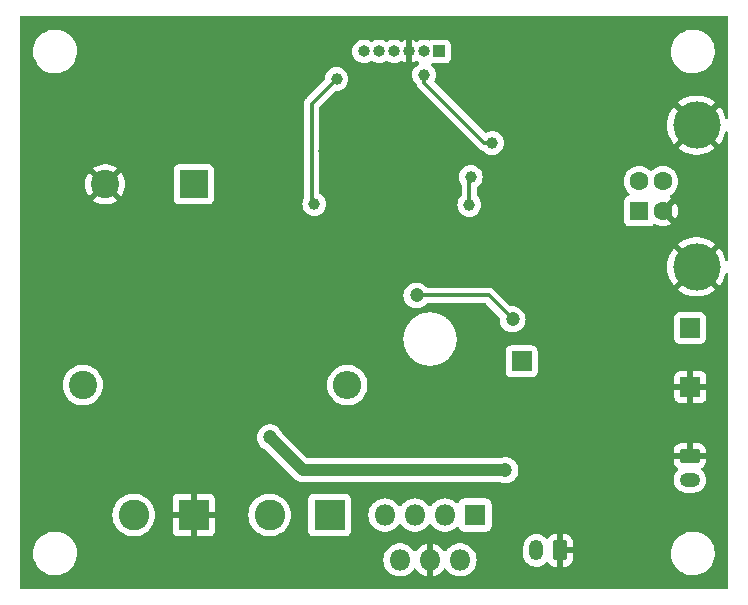
<source format=gbr>
%TF.GenerationSoftware,KiCad,Pcbnew,7.0.5*%
%TF.CreationDate,2023-08-10T10:01:06+03:00*%
%TF.ProjectId,shutter,73687574-7465-4722-9e6b-696361645f70,rev?*%
%TF.SameCoordinates,Original*%
%TF.FileFunction,Copper,L2,Bot*%
%TF.FilePolarity,Positive*%
%FSLAX46Y46*%
G04 Gerber Fmt 4.6, Leading zero omitted, Abs format (unit mm)*
G04 Created by KiCad (PCBNEW 7.0.5) date 2023-08-10 10:01:06*
%MOMM*%
%LPD*%
G01*
G04 APERTURE LIST*
G04 Aperture macros list*
%AMRoundRect*
0 Rectangle with rounded corners*
0 $1 Rounding radius*
0 $2 $3 $4 $5 $6 $7 $8 $9 X,Y pos of 4 corners*
0 Add a 4 corners polygon primitive as box body*
4,1,4,$2,$3,$4,$5,$6,$7,$8,$9,$2,$3,0*
0 Add four circle primitives for the rounded corners*
1,1,$1+$1,$2,$3*
1,1,$1+$1,$4,$5*
1,1,$1+$1,$6,$7*
1,1,$1+$1,$8,$9*
0 Add four rect primitives between the rounded corners*
20,1,$1+$1,$2,$3,$4,$5,0*
20,1,$1+$1,$4,$5,$6,$7,0*
20,1,$1+$1,$6,$7,$8,$9,0*
20,1,$1+$1,$8,$9,$2,$3,0*%
G04 Aperture macros list end*
%TA.AperFunction,ComponentPad*%
%ADD10RoundRect,0.250000X-0.625000X0.350000X-0.625000X-0.350000X0.625000X-0.350000X0.625000X0.350000X0*%
%TD*%
%TA.AperFunction,ComponentPad*%
%ADD11O,1.750000X1.200000*%
%TD*%
%TA.AperFunction,ComponentPad*%
%ADD12R,1.700000X1.700000*%
%TD*%
%TA.AperFunction,ComponentPad*%
%ADD13R,1.000000X1.000000*%
%TD*%
%TA.AperFunction,ComponentPad*%
%ADD14O,1.000000X1.000000*%
%TD*%
%TA.AperFunction,ComponentPad*%
%ADD15C,2.400000*%
%TD*%
%TA.AperFunction,ComponentPad*%
%ADD16O,2.400000X2.400000*%
%TD*%
%TA.AperFunction,ComponentPad*%
%ADD17R,2.400000X2.400000*%
%TD*%
%TA.AperFunction,ComponentPad*%
%ADD18R,1.800000X1.800000*%
%TD*%
%TA.AperFunction,ComponentPad*%
%ADD19O,1.800000X1.800000*%
%TD*%
%TA.AperFunction,ComponentPad*%
%ADD20RoundRect,0.250000X0.350000X0.625000X-0.350000X0.625000X-0.350000X-0.625000X0.350000X-0.625000X0*%
%TD*%
%TA.AperFunction,ComponentPad*%
%ADD21O,1.200000X1.750000*%
%TD*%
%TA.AperFunction,ComponentPad*%
%ADD22R,1.600000X1.600000*%
%TD*%
%TA.AperFunction,ComponentPad*%
%ADD23C,1.600000*%
%TD*%
%TA.AperFunction,ComponentPad*%
%ADD24C,4.000000*%
%TD*%
%TA.AperFunction,ComponentPad*%
%ADD25R,2.600000X2.600000*%
%TD*%
%TA.AperFunction,ComponentPad*%
%ADD26C,2.600000*%
%TD*%
%TA.AperFunction,ViaPad*%
%ADD27C,1.200000*%
%TD*%
%TA.AperFunction,ViaPad*%
%ADD28C,1.000000*%
%TD*%
%TA.AperFunction,Conductor*%
%ADD29C,0.300000*%
%TD*%
%TA.AperFunction,Conductor*%
%ADD30C,1.000000*%
%TD*%
G04 APERTURE END LIST*
D10*
%TO.P,J9,1,Pin_1*%
%TO.N,GND*%
X169750000Y-108250000D03*
D11*
%TO.P,J9,2,Pin_2*%
%TO.N,Net-(J9-Pin_2)*%
X169750000Y-110250000D03*
%TD*%
D12*
%TO.P,J6,1,Pin_1*%
%TO.N,+3V3*%
X155500000Y-100250000D03*
%TD*%
%TO.P,J4,1,Pin_1*%
%TO.N,/VBUS*%
X169748200Y-97409000D03*
%TD*%
D13*
%TO.P,J3,1,Pin_1*%
%TO.N,/SWCLK*%
X148515000Y-74000000D03*
D14*
%TO.P,J3,2,Pin_2*%
%TO.N,/SWDIO*%
X147245000Y-74000000D03*
%TO.P,J3,3,Pin_3*%
%TO.N,GND*%
X145975000Y-74000000D03*
%TO.P,J3,4,Pin_4*%
%TO.N,Net-(J3-Pin_4)*%
X144705000Y-74000000D03*
%TO.P,J3,5,Pin_5*%
%TO.N,/BOOT0*%
X143435000Y-74000000D03*
%TO.P,J3,6,Pin_6*%
%TO.N,/NRST*%
X142165000Y-74000000D03*
%TD*%
D12*
%TO.P,J5,1,Pin_1*%
%TO.N,GND*%
X169799000Y-102412800D03*
%TD*%
D15*
%TO.P,R4,1*%
%TO.N,/Uin*%
X118350000Y-102250000D03*
D16*
%TO.P,R4,2*%
%TO.N,Net-(DA1-Vs)*%
X140750000Y-102250000D03*
%TD*%
D17*
%TO.P,C1,1*%
%TO.N,Net-(DA1-Vs)*%
X127750000Y-85250000D03*
D15*
%TO.P,C1,2*%
%TO.N,GND*%
X120250000Y-85250000D03*
%TD*%
D18*
%TO.P,DA1,1,OUT1*%
%TO.N,Net-(D1-A)*%
X151560000Y-113250000D03*
D19*
%TO.P,DA1,2,EF*%
%TO.N,/SHTR_FB*%
X150290000Y-117050000D03*
%TO.P,DA1,3,IN1*%
%TO.N,/SHTR_A*%
X149020000Y-113250000D03*
%TO.P,DA1,4,GND*%
%TO.N,GND*%
X147750000Y-117050000D03*
%TO.P,DA1,5,IN2*%
%TO.N,/SHTR_B*%
X146480000Y-113250000D03*
%TO.P,DA1,6,Vs*%
%TO.N,Net-(DA1-Vs)*%
X145210000Y-117050000D03*
%TO.P,DA1,7,OUT2*%
%TO.N,Net-(D4-A)*%
X143940000Y-113250000D03*
%TD*%
D20*
%TO.P,J8,1,Pin_1*%
%TO.N,GND*%
X158750000Y-116250000D03*
D21*
%TO.P,J8,2,Pin_2*%
%TO.N,Net-(J8-Pin_2)*%
X156750000Y-116250000D03*
%TD*%
D22*
%TO.P,J7,1,VBUS*%
%TO.N,/VBUS*%
X165462500Y-87500000D03*
D23*
%TO.P,J7,2,D-*%
%TO.N,Net-(J7-D-)*%
X165462500Y-85000000D03*
%TO.P,J7,3,D+*%
%TO.N,Net-(J7-D+)*%
X167462500Y-85000000D03*
%TO.P,J7,4,GND*%
%TO.N,GND*%
X167462500Y-87500000D03*
D24*
%TO.P,J7,5,Shield*%
X170322500Y-80250000D03*
X170322500Y-92250000D03*
%TD*%
D25*
%TO.P,J1,1,Pin_1*%
%TO.N,Net-(D4-A)*%
X139250000Y-113250000D03*
D26*
%TO.P,J1,2,Pin_2*%
%TO.N,Net-(D1-A)*%
X134170000Y-113250000D03*
%TD*%
D25*
%TO.P,J2,1,Pin_1*%
%TO.N,GND*%
X127750000Y-113250000D03*
D26*
%TO.P,J2,2,Pin_2*%
%TO.N,/Uin*%
X122670000Y-113250000D03*
%TD*%
D27*
%TO.N,GND*%
X136220200Y-92354400D03*
X138896900Y-82473800D03*
X142225000Y-79868000D03*
X148767800Y-102946200D03*
X152450800Y-92354400D03*
X140520000Y-96970000D03*
%TO.N,+3V3*%
X146608327Y-94666273D03*
X154740000Y-96690000D03*
%TO.N,Net-(D1-A)*%
X154127200Y-109448600D03*
X134188200Y-106680000D03*
D28*
%TO.N,/SWDIO*%
X153000000Y-81750000D03*
X147250000Y-76000000D03*
%TO.N,/NRST*%
X137947400Y-86918800D03*
X139832500Y-76332500D03*
%TO.N,/USBDP*%
X151206200Y-84632800D03*
X151079200Y-86995000D03*
%TD*%
D29*
%TO.N,GND*%
X152450800Y-92354400D02*
X140620000Y-92354400D01*
X141502700Y-79868000D02*
X138896900Y-82473800D01*
X142225000Y-79868000D02*
X141502700Y-79868000D01*
X138896900Y-92344700D02*
X138887200Y-92354400D01*
X140520000Y-96970000D02*
X140520000Y-92454400D01*
X140520000Y-92454400D02*
X140520000Y-84096900D01*
X146496200Y-102946200D02*
X148767800Y-102946200D01*
X138887200Y-92354400D02*
X136220200Y-92354400D01*
X140520000Y-84096900D02*
X138896900Y-82473800D01*
X140520000Y-96970000D02*
X146496200Y-102946200D01*
X140620000Y-92354400D02*
X138887200Y-92354400D01*
X140520000Y-92454400D02*
X140620000Y-92354400D01*
%TO.N,+3V3*%
X146608327Y-94666273D02*
X152716273Y-94666273D01*
X152716273Y-94666273D02*
X154740000Y-96690000D01*
D30*
%TO.N,Net-(D1-A)*%
X154127200Y-109448600D02*
X136956800Y-109448600D01*
X136956800Y-109448600D02*
X134188200Y-106680000D01*
D29*
%TO.N,/SWDIO*%
X147250000Y-76650000D02*
X152350000Y-81750000D01*
X152350000Y-81750000D02*
X153000000Y-81750000D01*
X147250000Y-76000000D02*
X147250000Y-76650000D01*
%TO.N,/NRST*%
X137947400Y-86918800D02*
X137718800Y-86690200D01*
X137718800Y-78446200D02*
X139832500Y-76332500D01*
X137718800Y-86690200D02*
X137718800Y-78446200D01*
%TO.N,/USBDP*%
X151079200Y-84759800D02*
X151206200Y-84632800D01*
X151079200Y-86995000D02*
X151079200Y-84759800D01*
%TD*%
%TA.AperFunction,Conductor*%
%TO.N,GND*%
G36*
X172943039Y-71019685D02*
G01*
X172988794Y-71072489D01*
X173000000Y-71124000D01*
X173000000Y-79632384D01*
X172980315Y-79699423D01*
X172927511Y-79745178D01*
X172858353Y-79755122D01*
X172794797Y-79726097D01*
X172757023Y-79667319D01*
X172754197Y-79655620D01*
X172748746Y-79627048D01*
X172748746Y-79627046D01*
X172651536Y-79327867D01*
X172651534Y-79327862D01*
X172517599Y-79043238D01*
X172517596Y-79043232D01*
X172349042Y-78777632D01*
X172349039Y-78777628D01*
X172258212Y-78667838D01*
X171293060Y-79632991D01*
X171244152Y-79554001D01*
X171100569Y-79396499D01*
X170942110Y-79276835D01*
X171907527Y-78311419D01*
X171907526Y-78311417D01*
X171664727Y-78135014D01*
X171664709Y-78135003D01*
X171389052Y-77983459D01*
X171389044Y-77983455D01*
X171096573Y-77867659D01*
X170791879Y-77789426D01*
X170791870Y-77789424D01*
X170479798Y-77750000D01*
X170165201Y-77750000D01*
X169853129Y-77789424D01*
X169853120Y-77789426D01*
X169548426Y-77867659D01*
X169255955Y-77983455D01*
X169255947Y-77983459D01*
X168980287Y-78135004D01*
X168980282Y-78135007D01*
X168737472Y-78311418D01*
X168737471Y-78311419D01*
X169702888Y-79276836D01*
X169544431Y-79396499D01*
X169400848Y-79554001D01*
X169351939Y-79632991D01*
X168386786Y-78667838D01*
X168386785Y-78667838D01*
X168295959Y-78777629D01*
X168295957Y-78777632D01*
X168127403Y-79043232D01*
X168127400Y-79043238D01*
X167993465Y-79327862D01*
X167993463Y-79327867D01*
X167896255Y-79627041D01*
X167837308Y-79936050D01*
X167837307Y-79936057D01*
X167817557Y-80249994D01*
X167817557Y-80250005D01*
X167837307Y-80563942D01*
X167837308Y-80563949D01*
X167896255Y-80872958D01*
X167993463Y-81172132D01*
X167993465Y-81172137D01*
X168127400Y-81456761D01*
X168127403Y-81456767D01*
X168295957Y-81722367D01*
X168295960Y-81722371D01*
X168386786Y-81832160D01*
X169351938Y-80867007D01*
X169400848Y-80945999D01*
X169544431Y-81103501D01*
X169702888Y-81223163D01*
X168737471Y-82188579D01*
X168737472Y-82188581D01*
X168980272Y-82364985D01*
X168980290Y-82364996D01*
X169255947Y-82516540D01*
X169255955Y-82516544D01*
X169548426Y-82632340D01*
X169853120Y-82710573D01*
X169853129Y-82710575D01*
X170165201Y-82749999D01*
X170165215Y-82750000D01*
X170479785Y-82750000D01*
X170479798Y-82749999D01*
X170791870Y-82710575D01*
X170791879Y-82710573D01*
X171096573Y-82632340D01*
X171389044Y-82516544D01*
X171389052Y-82516540D01*
X171664709Y-82364996D01*
X171664719Y-82364990D01*
X171907526Y-82188579D01*
X171907527Y-82188579D01*
X170942111Y-81223163D01*
X171100569Y-81103501D01*
X171244152Y-80945999D01*
X171293060Y-80867008D01*
X172258212Y-81832160D01*
X172349044Y-81722364D01*
X172517596Y-81456767D01*
X172517599Y-81456761D01*
X172651534Y-81172137D01*
X172651536Y-81172132D01*
X172748744Y-80872958D01*
X172754196Y-80844380D01*
X172786094Y-80782216D01*
X172846536Y-80747166D01*
X172916333Y-80750358D01*
X172973324Y-80790778D01*
X172999416Y-80855593D01*
X173000000Y-80867615D01*
X173000000Y-91632384D01*
X172980315Y-91699423D01*
X172927511Y-91745178D01*
X172858353Y-91755122D01*
X172794797Y-91726097D01*
X172757023Y-91667319D01*
X172754197Y-91655620D01*
X172748746Y-91627048D01*
X172748746Y-91627046D01*
X172651536Y-91327867D01*
X172651534Y-91327862D01*
X172517599Y-91043238D01*
X172517596Y-91043232D01*
X172349042Y-90777632D01*
X172349039Y-90777628D01*
X172258212Y-90667838D01*
X171293059Y-91632990D01*
X171244152Y-91554001D01*
X171100569Y-91396499D01*
X170942111Y-91276836D01*
X171907527Y-90311419D01*
X171907526Y-90311417D01*
X171664727Y-90135014D01*
X171664709Y-90135003D01*
X171389052Y-89983459D01*
X171389044Y-89983455D01*
X171096573Y-89867659D01*
X170791879Y-89789426D01*
X170791870Y-89789424D01*
X170479798Y-89750000D01*
X170165201Y-89750000D01*
X169853129Y-89789424D01*
X169853120Y-89789426D01*
X169548426Y-89867659D01*
X169255955Y-89983455D01*
X169255947Y-89983459D01*
X168980287Y-90135004D01*
X168980282Y-90135007D01*
X168737472Y-90311418D01*
X168737471Y-90311419D01*
X169702888Y-91276836D01*
X169544431Y-91396499D01*
X169400848Y-91554001D01*
X169351939Y-91632991D01*
X168386786Y-90667838D01*
X168386785Y-90667838D01*
X168295959Y-90777629D01*
X168295957Y-90777632D01*
X168127403Y-91043232D01*
X168127400Y-91043238D01*
X167993465Y-91327862D01*
X167993463Y-91327867D01*
X167896255Y-91627041D01*
X167837308Y-91936050D01*
X167837307Y-91936057D01*
X167817557Y-92249994D01*
X167817557Y-92250005D01*
X167837307Y-92563942D01*
X167837308Y-92563949D01*
X167896255Y-92872958D01*
X167993463Y-93172132D01*
X167993465Y-93172137D01*
X168127400Y-93456761D01*
X168127403Y-93456767D01*
X168295957Y-93722367D01*
X168295960Y-93722371D01*
X168386786Y-93832160D01*
X169351938Y-92867007D01*
X169400848Y-92945999D01*
X169544431Y-93103501D01*
X169702888Y-93223163D01*
X168737471Y-94188579D01*
X168737472Y-94188581D01*
X168980272Y-94364985D01*
X168980290Y-94364996D01*
X169255947Y-94516540D01*
X169255955Y-94516544D01*
X169548426Y-94632340D01*
X169853120Y-94710573D01*
X169853129Y-94710575D01*
X170165201Y-94749999D01*
X170165215Y-94750000D01*
X170479785Y-94750000D01*
X170479798Y-94749999D01*
X170791870Y-94710575D01*
X170791879Y-94710573D01*
X171096573Y-94632340D01*
X171389044Y-94516544D01*
X171389052Y-94516540D01*
X171664709Y-94364996D01*
X171664719Y-94364990D01*
X171907526Y-94188579D01*
X171907527Y-94188579D01*
X170942111Y-93223163D01*
X171100569Y-93103501D01*
X171244152Y-92945999D01*
X171293060Y-92867007D01*
X172258212Y-93832160D01*
X172349044Y-93722364D01*
X172517596Y-93456767D01*
X172517599Y-93456761D01*
X172651534Y-93172137D01*
X172651536Y-93172132D01*
X172748744Y-92872958D01*
X172754196Y-92844380D01*
X172786094Y-92782216D01*
X172846536Y-92747166D01*
X172916333Y-92750358D01*
X172973324Y-92790778D01*
X172999416Y-92855593D01*
X173000000Y-92867615D01*
X173000000Y-119376000D01*
X172980315Y-119443039D01*
X172927511Y-119488794D01*
X172876000Y-119500000D01*
X113124000Y-119500000D01*
X113056961Y-119480315D01*
X113011206Y-119427511D01*
X113000000Y-119376000D01*
X113000000Y-116567763D01*
X114145787Y-116567763D01*
X114175413Y-116837013D01*
X114175415Y-116837024D01*
X114231096Y-117050006D01*
X114243928Y-117099088D01*
X114349870Y-117348390D01*
X114490979Y-117579605D01*
X114490986Y-117579615D01*
X114664253Y-117787819D01*
X114664259Y-117787824D01*
X114705891Y-117825126D01*
X114865998Y-117968582D01*
X115091910Y-118118044D01*
X115337176Y-118233020D01*
X115337183Y-118233022D01*
X115337185Y-118233023D01*
X115596557Y-118311057D01*
X115596564Y-118311058D01*
X115596569Y-118311060D01*
X115864561Y-118350500D01*
X115864566Y-118350500D01*
X116067629Y-118350500D01*
X116067631Y-118350500D01*
X116067636Y-118350499D01*
X116067648Y-118350499D01*
X116105191Y-118347750D01*
X116270156Y-118335677D01*
X116382758Y-118310593D01*
X116534546Y-118276782D01*
X116534548Y-118276781D01*
X116534553Y-118276780D01*
X116787558Y-118180014D01*
X117023777Y-118047441D01*
X117238177Y-117881888D01*
X117426186Y-117686881D01*
X117583799Y-117466579D01*
X117686687Y-117266461D01*
X117707649Y-117225690D01*
X117707651Y-117225684D01*
X117707656Y-117225675D01*
X117767586Y-117050006D01*
X143804700Y-117050006D01*
X143823864Y-117281297D01*
X143823866Y-117281308D01*
X143880842Y-117506300D01*
X143974075Y-117718848D01*
X144101016Y-117913147D01*
X144101019Y-117913151D01*
X144101021Y-117913153D01*
X144258216Y-118083913D01*
X144258219Y-118083915D01*
X144258222Y-118083918D01*
X144441365Y-118226464D01*
X144441371Y-118226468D01*
X144441374Y-118226470D01*
X144597677Y-118311057D01*
X144644652Y-118336479D01*
X144645497Y-118336936D01*
X144685005Y-118350499D01*
X144865015Y-118412297D01*
X144865017Y-118412297D01*
X144865019Y-118412298D01*
X145093951Y-118450500D01*
X145093952Y-118450500D01*
X145326048Y-118450500D01*
X145326049Y-118450500D01*
X145554981Y-118412298D01*
X145774503Y-118336936D01*
X145978626Y-118226470D01*
X145979170Y-118226047D01*
X146117935Y-118118042D01*
X146161784Y-118083913D01*
X146318979Y-117913153D01*
X146376490Y-117825124D01*
X146429635Y-117779769D01*
X146498866Y-117770345D01*
X146562202Y-117799846D01*
X146584107Y-117825126D01*
X146641414Y-117912842D01*
X146798558Y-118083545D01*
X146798562Y-118083548D01*
X146981644Y-118226047D01*
X146981648Y-118226050D01*
X147185697Y-118336476D01*
X147185706Y-118336479D01*
X147405139Y-118411811D01*
X147499999Y-118427640D01*
X147500000Y-118427639D01*
X147500000Y-117541683D01*
X147528819Y-117559209D01*
X147674404Y-117600000D01*
X147787622Y-117600000D01*
X147899783Y-117584584D01*
X147999999Y-117541053D01*
X148000000Y-118427639D01*
X148000000Y-118427640D01*
X148094860Y-118411811D01*
X148314293Y-118336479D01*
X148314302Y-118336476D01*
X148518351Y-118226050D01*
X148518355Y-118226047D01*
X148701437Y-118083548D01*
X148701441Y-118083545D01*
X148858584Y-117912842D01*
X148915892Y-117825126D01*
X148969038Y-117779769D01*
X149038269Y-117770345D01*
X149101605Y-117799846D01*
X149123510Y-117825126D01*
X149181016Y-117913147D01*
X149181019Y-117913151D01*
X149181021Y-117913153D01*
X149338216Y-118083913D01*
X149338219Y-118083915D01*
X149338222Y-118083918D01*
X149521365Y-118226464D01*
X149521371Y-118226468D01*
X149521374Y-118226470D01*
X149677677Y-118311057D01*
X149724652Y-118336479D01*
X149725497Y-118336936D01*
X149765005Y-118350499D01*
X149945015Y-118412297D01*
X149945017Y-118412297D01*
X149945019Y-118412298D01*
X150173951Y-118450500D01*
X150173952Y-118450500D01*
X150406048Y-118450500D01*
X150406049Y-118450500D01*
X150634981Y-118412298D01*
X150854503Y-118336936D01*
X151058626Y-118226470D01*
X151059170Y-118226047D01*
X151197935Y-118118042D01*
X151241784Y-118083913D01*
X151398979Y-117913153D01*
X151525924Y-117718849D01*
X151619157Y-117506300D01*
X151676134Y-117281305D01*
X151679895Y-117235915D01*
X151695300Y-117050006D01*
X151695300Y-117049993D01*
X151676135Y-116818702D01*
X151676133Y-116818691D01*
X151619157Y-116593699D01*
X151612019Y-116577425D01*
X155649500Y-116577425D01*
X155664472Y-116734218D01*
X155723684Y-116935875D01*
X155782519Y-117050000D01*
X155819991Y-117122686D01*
X155949905Y-117287883D01*
X155949909Y-117287887D01*
X156108746Y-117425521D01*
X156290750Y-117530601D01*
X156290752Y-117530601D01*
X156290756Y-117530604D01*
X156489367Y-117599344D01*
X156697398Y-117629254D01*
X156907330Y-117619254D01*
X157111576Y-117569704D01*
X157250411Y-117506300D01*
X157302743Y-117482401D01*
X157302746Y-117482399D01*
X157302753Y-117482396D01*
X157473952Y-117360486D01*
X157572107Y-117257543D01*
X157632615Y-117222609D01*
X157702406Y-117225933D01*
X157759320Y-117266461D01*
X157767389Y-117278016D01*
X157807684Y-117343345D01*
X157931654Y-117467315D01*
X158080875Y-117559356D01*
X158080880Y-117559358D01*
X158247302Y-117614505D01*
X158247309Y-117614506D01*
X158350019Y-117624999D01*
X158499999Y-117624999D01*
X158500000Y-117624998D01*
X158500000Y-116530617D01*
X158569052Y-116584363D01*
X158687424Y-116625000D01*
X158781073Y-116625000D01*
X158873446Y-116609586D01*
X158983514Y-116550019D01*
X159000000Y-116532110D01*
X159000000Y-117624999D01*
X159149972Y-117624999D01*
X159149986Y-117624998D01*
X159252697Y-117614505D01*
X159419119Y-117559358D01*
X159419124Y-117559356D01*
X159568345Y-117467315D01*
X159692315Y-117343345D01*
X159784356Y-117194124D01*
X159784358Y-117194119D01*
X159839505Y-117027697D01*
X159839506Y-117027690D01*
X159849999Y-116924986D01*
X159850000Y-116924973D01*
X159850000Y-116567763D01*
X168145787Y-116567763D01*
X168175413Y-116837013D01*
X168175415Y-116837024D01*
X168231096Y-117050006D01*
X168243928Y-117099088D01*
X168349870Y-117348390D01*
X168490979Y-117579605D01*
X168490986Y-117579615D01*
X168664253Y-117787819D01*
X168664259Y-117787824D01*
X168705891Y-117825126D01*
X168865998Y-117968582D01*
X169091910Y-118118044D01*
X169337176Y-118233020D01*
X169337183Y-118233022D01*
X169337185Y-118233023D01*
X169596557Y-118311057D01*
X169596564Y-118311058D01*
X169596569Y-118311060D01*
X169864561Y-118350500D01*
X169864566Y-118350500D01*
X170067629Y-118350500D01*
X170067631Y-118350500D01*
X170067636Y-118350499D01*
X170067648Y-118350499D01*
X170105191Y-118347750D01*
X170270156Y-118335677D01*
X170382758Y-118310593D01*
X170534546Y-118276782D01*
X170534548Y-118276781D01*
X170534553Y-118276780D01*
X170787558Y-118180014D01*
X171023777Y-118047441D01*
X171238177Y-117881888D01*
X171426186Y-117686881D01*
X171583799Y-117466579D01*
X171686687Y-117266461D01*
X171707649Y-117225690D01*
X171707651Y-117225684D01*
X171707656Y-117225675D01*
X171795118Y-116969305D01*
X171844319Y-116702933D01*
X171854212Y-116432235D01*
X171824586Y-116162982D01*
X171756072Y-115900912D01*
X171650130Y-115651610D01*
X171509018Y-115420390D01*
X171507845Y-115418981D01*
X171335746Y-115212180D01*
X171335740Y-115212175D01*
X171134002Y-115031418D01*
X170908092Y-114881957D01*
X170905507Y-114880745D01*
X170662824Y-114766980D01*
X170662819Y-114766978D01*
X170662814Y-114766976D01*
X170403442Y-114688942D01*
X170403428Y-114688939D01*
X170287791Y-114671921D01*
X170135439Y-114649500D01*
X169932369Y-114649500D01*
X169932351Y-114649500D01*
X169729844Y-114664323D01*
X169729831Y-114664325D01*
X169465453Y-114723217D01*
X169465446Y-114723220D01*
X169212439Y-114819987D01*
X168976226Y-114952557D01*
X168976224Y-114952558D01*
X168976223Y-114952559D01*
X168923391Y-114993354D01*
X168761822Y-115118112D01*
X168573822Y-115313109D01*
X168573816Y-115313116D01*
X168416202Y-115533419D01*
X168416199Y-115533424D01*
X168292350Y-115774309D01*
X168292343Y-115774327D01*
X168204884Y-116030685D01*
X168204882Y-116030695D01*
X168159781Y-116274873D01*
X168155681Y-116297068D01*
X168155680Y-116297075D01*
X168145787Y-116567763D01*
X159850000Y-116567763D01*
X159850000Y-116500000D01*
X159029560Y-116500000D01*
X159068278Y-116457941D01*
X159118551Y-116343330D01*
X159128886Y-116218605D01*
X159098163Y-116097281D01*
X159034606Y-116000000D01*
X159849999Y-116000000D01*
X159849999Y-115575028D01*
X159849998Y-115575013D01*
X159839505Y-115472302D01*
X159784358Y-115305880D01*
X159784356Y-115305875D01*
X159692315Y-115156654D01*
X159568345Y-115032684D01*
X159419124Y-114940643D01*
X159419119Y-114940641D01*
X159252697Y-114885494D01*
X159252690Y-114885493D01*
X159149986Y-114875000D01*
X159000000Y-114875000D01*
X159000000Y-115969382D01*
X158930948Y-115915637D01*
X158812576Y-115875000D01*
X158718927Y-115875000D01*
X158626554Y-115890414D01*
X158516486Y-115949981D01*
X158500000Y-115967889D01*
X158500000Y-114875000D01*
X158350027Y-114875000D01*
X158350012Y-114875001D01*
X158247302Y-114885494D01*
X158080880Y-114940641D01*
X158080875Y-114940643D01*
X157931654Y-115032684D01*
X157807682Y-115156656D01*
X157768513Y-115220159D01*
X157716564Y-115266883D01*
X157647602Y-115278104D01*
X157583520Y-115250260D01*
X157565504Y-115231712D01*
X157550092Y-115212114D01*
X157550090Y-115212112D01*
X157391253Y-115074478D01*
X157209249Y-114969398D01*
X157209245Y-114969396D01*
X157209244Y-114969396D01*
X157010633Y-114900656D01*
X156802602Y-114870746D01*
X156802598Y-114870746D01*
X156592672Y-114880745D01*
X156388421Y-114930296D01*
X156388417Y-114930298D01*
X156197256Y-115017598D01*
X156197251Y-115017601D01*
X156026046Y-115139515D01*
X156026040Y-115139520D01*
X155881014Y-115291620D01*
X155767388Y-115468425D01*
X155689274Y-115663544D01*
X155667923Y-115774325D01*
X155649500Y-115869915D01*
X155649500Y-116577425D01*
X151612019Y-116577425D01*
X151525924Y-116381151D01*
X151398983Y-116186852D01*
X151398980Y-116186849D01*
X151398979Y-116186847D01*
X151241784Y-116016087D01*
X151241779Y-116016083D01*
X151241777Y-116016081D01*
X151058634Y-115873535D01*
X151058628Y-115873531D01*
X150854504Y-115763064D01*
X150854495Y-115763061D01*
X150634984Y-115687702D01*
X150463282Y-115659050D01*
X150406049Y-115649500D01*
X150173951Y-115649500D01*
X150128164Y-115657140D01*
X149945015Y-115687702D01*
X149725504Y-115763061D01*
X149725495Y-115763064D01*
X149521371Y-115873531D01*
X149521365Y-115873535D01*
X149338222Y-116016081D01*
X149338219Y-116016084D01*
X149338216Y-116016086D01*
X149338216Y-116016087D01*
X149202991Y-116162982D01*
X149181015Y-116186854D01*
X149123509Y-116274874D01*
X149070363Y-116320230D01*
X149001132Y-116329654D01*
X148937796Y-116300152D01*
X148915892Y-116274873D01*
X148858585Y-116187157D01*
X148701441Y-116016454D01*
X148701437Y-116016451D01*
X148518355Y-115873952D01*
X148518351Y-115873949D01*
X148314302Y-115763523D01*
X148314293Y-115763520D01*
X148094861Y-115688188D01*
X148000000Y-115672359D01*
X147999999Y-115672359D01*
X147999999Y-116558315D01*
X147971181Y-116540791D01*
X147825596Y-116500000D01*
X147712378Y-116500000D01*
X147600217Y-116515416D01*
X147500000Y-116558946D01*
X147500000Y-115672359D01*
X147499999Y-115672359D01*
X147405138Y-115688188D01*
X147185706Y-115763520D01*
X147185697Y-115763523D01*
X146981648Y-115873949D01*
X146981644Y-115873952D01*
X146798562Y-116016451D01*
X146798558Y-116016454D01*
X146641413Y-116187159D01*
X146584106Y-116274874D01*
X146530960Y-116320231D01*
X146461728Y-116329654D01*
X146398393Y-116300152D01*
X146376489Y-116274873D01*
X146318983Y-116186852D01*
X146318980Y-116186849D01*
X146318979Y-116186847D01*
X146161784Y-116016087D01*
X146161779Y-116016083D01*
X146161777Y-116016081D01*
X145978634Y-115873535D01*
X145978628Y-115873531D01*
X145774504Y-115763064D01*
X145774495Y-115763061D01*
X145554984Y-115687702D01*
X145383282Y-115659050D01*
X145326049Y-115649500D01*
X145093951Y-115649500D01*
X145048164Y-115657140D01*
X144865015Y-115687702D01*
X144645504Y-115763061D01*
X144645495Y-115763064D01*
X144441371Y-115873531D01*
X144441365Y-115873535D01*
X144258222Y-116016081D01*
X144258219Y-116016084D01*
X144258216Y-116016086D01*
X144258216Y-116016087D01*
X144244765Y-116030699D01*
X144101016Y-116186852D01*
X143974075Y-116381151D01*
X143880842Y-116593699D01*
X143823866Y-116818691D01*
X143823864Y-116818702D01*
X143804700Y-117049993D01*
X143804700Y-117050006D01*
X117767586Y-117050006D01*
X117795118Y-116969305D01*
X117844319Y-116702933D01*
X117854212Y-116432235D01*
X117824586Y-116162982D01*
X117756072Y-115900912D01*
X117650130Y-115651610D01*
X117509018Y-115420390D01*
X117507845Y-115418981D01*
X117335746Y-115212180D01*
X117335740Y-115212175D01*
X117134002Y-115031418D01*
X116908092Y-114881957D01*
X116905507Y-114880745D01*
X116662824Y-114766980D01*
X116662819Y-114766978D01*
X116662814Y-114766976D01*
X116403442Y-114688942D01*
X116403428Y-114688939D01*
X116287791Y-114671921D01*
X116135439Y-114649500D01*
X115932369Y-114649500D01*
X115932351Y-114649500D01*
X115729844Y-114664323D01*
X115729831Y-114664325D01*
X115465453Y-114723217D01*
X115465446Y-114723220D01*
X115212439Y-114819987D01*
X114976226Y-114952557D01*
X114976224Y-114952558D01*
X114976223Y-114952559D01*
X114923391Y-114993354D01*
X114761822Y-115118112D01*
X114573822Y-115313109D01*
X114573816Y-115313116D01*
X114416202Y-115533419D01*
X114416199Y-115533424D01*
X114292350Y-115774309D01*
X114292343Y-115774327D01*
X114204884Y-116030685D01*
X114204882Y-116030695D01*
X114159781Y-116274873D01*
X114155681Y-116297068D01*
X114155680Y-116297075D01*
X114145787Y-116567763D01*
X113000000Y-116567763D01*
X113000000Y-113250004D01*
X120864451Y-113250004D01*
X120884616Y-113519101D01*
X120944664Y-113782188D01*
X120944666Y-113782195D01*
X121018689Y-113970802D01*
X121043257Y-114033398D01*
X121178185Y-114267102D01*
X121305276Y-114426468D01*
X121346442Y-114478089D01*
X121491085Y-114612297D01*
X121544259Y-114661635D01*
X121767226Y-114813651D01*
X122010359Y-114930738D01*
X122268228Y-115010280D01*
X122268229Y-115010280D01*
X122268232Y-115010281D01*
X122535063Y-115050499D01*
X122535068Y-115050499D01*
X122535071Y-115050500D01*
X122535072Y-115050500D01*
X122804928Y-115050500D01*
X122804929Y-115050500D01*
X122804936Y-115050499D01*
X123071767Y-115010281D01*
X123071768Y-115010280D01*
X123071772Y-115010280D01*
X123329641Y-114930738D01*
X123572775Y-114813651D01*
X123795741Y-114661635D01*
X123864491Y-114597844D01*
X125950000Y-114597844D01*
X125956401Y-114657372D01*
X125956403Y-114657379D01*
X126006645Y-114792086D01*
X126006649Y-114792093D01*
X126092809Y-114907187D01*
X126092812Y-114907190D01*
X126207906Y-114993350D01*
X126207913Y-114993354D01*
X126342620Y-115043596D01*
X126342627Y-115043598D01*
X126402155Y-115049999D01*
X126402172Y-115050000D01*
X127500000Y-115050000D01*
X127500000Y-113854310D01*
X127508817Y-113859158D01*
X127667886Y-113900000D01*
X127790894Y-113900000D01*
X127912933Y-113884583D01*
X128000000Y-113850110D01*
X128000000Y-115050000D01*
X129097828Y-115050000D01*
X129097844Y-115049999D01*
X129157372Y-115043598D01*
X129157379Y-115043596D01*
X129292086Y-114993354D01*
X129292093Y-114993350D01*
X129407187Y-114907190D01*
X129407190Y-114907187D01*
X129493350Y-114792093D01*
X129493354Y-114792086D01*
X129543596Y-114657379D01*
X129543598Y-114657372D01*
X129549999Y-114597844D01*
X129550000Y-114597827D01*
X129550000Y-113500000D01*
X128350728Y-113500000D01*
X128373100Y-113452457D01*
X128403873Y-113291138D01*
X128401285Y-113250004D01*
X132364451Y-113250004D01*
X132384616Y-113519101D01*
X132444664Y-113782188D01*
X132444666Y-113782195D01*
X132518689Y-113970802D01*
X132543257Y-114033398D01*
X132678185Y-114267102D01*
X132805276Y-114426468D01*
X132846442Y-114478089D01*
X132991085Y-114612297D01*
X133044259Y-114661635D01*
X133267226Y-114813651D01*
X133510359Y-114930738D01*
X133768228Y-115010280D01*
X133768229Y-115010280D01*
X133768232Y-115010281D01*
X134035063Y-115050499D01*
X134035068Y-115050499D01*
X134035071Y-115050500D01*
X134035072Y-115050500D01*
X134304928Y-115050500D01*
X134304929Y-115050500D01*
X134304936Y-115050499D01*
X134571767Y-115010281D01*
X134571768Y-115010280D01*
X134571772Y-115010280D01*
X134829641Y-114930738D01*
X135072775Y-114813651D01*
X135295741Y-114661635D01*
X135364463Y-114597870D01*
X137449500Y-114597870D01*
X137449501Y-114597876D01*
X137455908Y-114657483D01*
X137506202Y-114792328D01*
X137506206Y-114792335D01*
X137592452Y-114907544D01*
X137592455Y-114907547D01*
X137707664Y-114993793D01*
X137707671Y-114993797D01*
X137842517Y-115044091D01*
X137842516Y-115044091D01*
X137849444Y-115044835D01*
X137902127Y-115050500D01*
X140597872Y-115050499D01*
X140657483Y-115044091D01*
X140792331Y-114993796D01*
X140907546Y-114907546D01*
X140993796Y-114792331D01*
X141044091Y-114657483D01*
X141050500Y-114597873D01*
X141050500Y-113250006D01*
X142534700Y-113250006D01*
X142553864Y-113481297D01*
X142553866Y-113481308D01*
X142610842Y-113706300D01*
X142704075Y-113918848D01*
X142831016Y-114113147D01*
X142831019Y-114113151D01*
X142831021Y-114113153D01*
X142988216Y-114283913D01*
X142988219Y-114283915D01*
X142988222Y-114283918D01*
X143171365Y-114426464D01*
X143171371Y-114426468D01*
X143171374Y-114426470D01*
X143375497Y-114536936D01*
X143489487Y-114576068D01*
X143595015Y-114612297D01*
X143595017Y-114612297D01*
X143595019Y-114612298D01*
X143823951Y-114650500D01*
X143823952Y-114650500D01*
X144056048Y-114650500D01*
X144056049Y-114650500D01*
X144284981Y-114612298D01*
X144504503Y-114536936D01*
X144708626Y-114426470D01*
X144891784Y-114283913D01*
X145048979Y-114113153D01*
X145106191Y-114025582D01*
X145159337Y-113980226D01*
X145228568Y-113970802D01*
X145291904Y-114000304D01*
X145313809Y-114025583D01*
X145371016Y-114113147D01*
X145371019Y-114113151D01*
X145371021Y-114113153D01*
X145528216Y-114283913D01*
X145528219Y-114283915D01*
X145528222Y-114283918D01*
X145711365Y-114426464D01*
X145711371Y-114426468D01*
X145711374Y-114426470D01*
X145915497Y-114536936D01*
X146029487Y-114576068D01*
X146135015Y-114612297D01*
X146135017Y-114612297D01*
X146135019Y-114612298D01*
X146363951Y-114650500D01*
X146363952Y-114650500D01*
X146596048Y-114650500D01*
X146596049Y-114650500D01*
X146824981Y-114612298D01*
X147044503Y-114536936D01*
X147248626Y-114426470D01*
X147431784Y-114283913D01*
X147588979Y-114113153D01*
X147646191Y-114025582D01*
X147699337Y-113980226D01*
X147768568Y-113970802D01*
X147831904Y-114000304D01*
X147853809Y-114025583D01*
X147911016Y-114113147D01*
X147911019Y-114113151D01*
X147911021Y-114113153D01*
X148068216Y-114283913D01*
X148068219Y-114283915D01*
X148068222Y-114283918D01*
X148251365Y-114426464D01*
X148251371Y-114426468D01*
X148251374Y-114426470D01*
X148455497Y-114536936D01*
X148569487Y-114576068D01*
X148675015Y-114612297D01*
X148675017Y-114612297D01*
X148675019Y-114612298D01*
X148903951Y-114650500D01*
X148903952Y-114650500D01*
X149136048Y-114650500D01*
X149136049Y-114650500D01*
X149364981Y-114612298D01*
X149584503Y-114536936D01*
X149788626Y-114426470D01*
X149971784Y-114283913D01*
X149980130Y-114274846D01*
X150040010Y-114238854D01*
X150109849Y-114240949D01*
X150167468Y-114280469D01*
X150187544Y-114315491D01*
X150216203Y-114392330D01*
X150216206Y-114392335D01*
X150302452Y-114507544D01*
X150302455Y-114507547D01*
X150417664Y-114593793D01*
X150417671Y-114593797D01*
X150552517Y-114644091D01*
X150552516Y-114644091D01*
X150559444Y-114644835D01*
X150612127Y-114650500D01*
X152507872Y-114650499D01*
X152567483Y-114644091D01*
X152702331Y-114593796D01*
X152817546Y-114507546D01*
X152903796Y-114392331D01*
X152954091Y-114257483D01*
X152960500Y-114197873D01*
X152960499Y-112302128D01*
X152954091Y-112242517D01*
X152950503Y-112232898D01*
X152903797Y-112107671D01*
X152903793Y-112107664D01*
X152817547Y-111992455D01*
X152817544Y-111992452D01*
X152702335Y-111906206D01*
X152702328Y-111906202D01*
X152567482Y-111855908D01*
X152567483Y-111855908D01*
X152507883Y-111849501D01*
X152507881Y-111849500D01*
X152507873Y-111849500D01*
X152507864Y-111849500D01*
X150612129Y-111849500D01*
X150612123Y-111849501D01*
X150552516Y-111855908D01*
X150417671Y-111906202D01*
X150417664Y-111906206D01*
X150302455Y-111992452D01*
X150302452Y-111992455D01*
X150216206Y-112107664D01*
X150216203Y-112107670D01*
X150187544Y-112184508D01*
X150145672Y-112240441D01*
X150080208Y-112264858D01*
X150011935Y-112250006D01*
X149980135Y-112225158D01*
X149971784Y-112216087D01*
X149971778Y-112216082D01*
X149971777Y-112216081D01*
X149788634Y-112073535D01*
X149788628Y-112073531D01*
X149584504Y-111963064D01*
X149584495Y-111963061D01*
X149364984Y-111887702D01*
X149174450Y-111855908D01*
X149136049Y-111849500D01*
X148903951Y-111849500D01*
X148865550Y-111855908D01*
X148675015Y-111887702D01*
X148455504Y-111963061D01*
X148455495Y-111963064D01*
X148251371Y-112073531D01*
X148251365Y-112073535D01*
X148068222Y-112216081D01*
X148068219Y-112216084D01*
X148068216Y-112216086D01*
X148068216Y-112216087D01*
X148023319Y-112264858D01*
X147911016Y-112386852D01*
X147853809Y-112474416D01*
X147800662Y-112519773D01*
X147731431Y-112529197D01*
X147668095Y-112499695D01*
X147646191Y-112474416D01*
X147588983Y-112386852D01*
X147588980Y-112386849D01*
X147588979Y-112386847D01*
X147431784Y-112216087D01*
X147431779Y-112216083D01*
X147431777Y-112216081D01*
X147248634Y-112073535D01*
X147248628Y-112073531D01*
X147044504Y-111963064D01*
X147044495Y-111963061D01*
X146824984Y-111887702D01*
X146634450Y-111855908D01*
X146596049Y-111849500D01*
X146363951Y-111849500D01*
X146325550Y-111855908D01*
X146135015Y-111887702D01*
X145915504Y-111963061D01*
X145915495Y-111963064D01*
X145711371Y-112073531D01*
X145711365Y-112073535D01*
X145528222Y-112216081D01*
X145528219Y-112216084D01*
X145528216Y-112216086D01*
X145528216Y-112216087D01*
X145483319Y-112264858D01*
X145371016Y-112386852D01*
X145313809Y-112474416D01*
X145260662Y-112519773D01*
X145191431Y-112529197D01*
X145128095Y-112499695D01*
X145106191Y-112474416D01*
X145048983Y-112386852D01*
X145048980Y-112386849D01*
X145048979Y-112386847D01*
X144891784Y-112216087D01*
X144891779Y-112216083D01*
X144891777Y-112216081D01*
X144708634Y-112073535D01*
X144708628Y-112073531D01*
X144504504Y-111963064D01*
X144504495Y-111963061D01*
X144284984Y-111887702D01*
X144094450Y-111855908D01*
X144056049Y-111849500D01*
X143823951Y-111849500D01*
X143785550Y-111855908D01*
X143595015Y-111887702D01*
X143375504Y-111963061D01*
X143375495Y-111963064D01*
X143171371Y-112073531D01*
X143171365Y-112073535D01*
X142988222Y-112216081D01*
X142988219Y-112216084D01*
X142988216Y-112216086D01*
X142988216Y-112216087D01*
X142943319Y-112264858D01*
X142831016Y-112386852D01*
X142704075Y-112581151D01*
X142610842Y-112793699D01*
X142553866Y-113018691D01*
X142553864Y-113018702D01*
X142534700Y-113249993D01*
X142534700Y-113250006D01*
X141050500Y-113250006D01*
X141050499Y-111902128D01*
X141044091Y-111842517D01*
X141042542Y-111838365D01*
X140993797Y-111707671D01*
X140993793Y-111707664D01*
X140907547Y-111592455D01*
X140907544Y-111592452D01*
X140792335Y-111506206D01*
X140792328Y-111506202D01*
X140657482Y-111455908D01*
X140657483Y-111455908D01*
X140597883Y-111449501D01*
X140597881Y-111449500D01*
X140597873Y-111449500D01*
X140597864Y-111449500D01*
X137902129Y-111449500D01*
X137902123Y-111449501D01*
X137842516Y-111455908D01*
X137707671Y-111506202D01*
X137707664Y-111506206D01*
X137592455Y-111592452D01*
X137592452Y-111592455D01*
X137506206Y-111707664D01*
X137506202Y-111707671D01*
X137455908Y-111842517D01*
X137451051Y-111887702D01*
X137449501Y-111902123D01*
X137449500Y-111902135D01*
X137449500Y-114597870D01*
X135364463Y-114597870D01*
X135449259Y-114519190D01*
X135493557Y-114478089D01*
X135493557Y-114478087D01*
X135493561Y-114478085D01*
X135661815Y-114267102D01*
X135796743Y-114033398D01*
X135895334Y-113782195D01*
X135955383Y-113519103D01*
X135975549Y-113250000D01*
X135975548Y-113249993D01*
X135958216Y-113018702D01*
X135955383Y-112980897D01*
X135895334Y-112717805D01*
X135796743Y-112466602D01*
X135661815Y-112232898D01*
X135493561Y-112021915D01*
X135493560Y-112021914D01*
X135493557Y-112021910D01*
X135295741Y-111838365D01*
X135072775Y-111686349D01*
X135072769Y-111686346D01*
X135072768Y-111686345D01*
X135072767Y-111686344D01*
X134829643Y-111569263D01*
X134829645Y-111569263D01*
X134571773Y-111489720D01*
X134571767Y-111489718D01*
X134304936Y-111449500D01*
X134304929Y-111449500D01*
X134035071Y-111449500D01*
X134035063Y-111449500D01*
X133768232Y-111489718D01*
X133768226Y-111489720D01*
X133510358Y-111569262D01*
X133267230Y-111686346D01*
X133044258Y-111838365D01*
X132846442Y-112021910D01*
X132678185Y-112232898D01*
X132543258Y-112466599D01*
X132543256Y-112466603D01*
X132444666Y-112717804D01*
X132444664Y-112717811D01*
X132384616Y-112980898D01*
X132364451Y-113249995D01*
X132364451Y-113250004D01*
X128401285Y-113250004D01*
X128393561Y-113127234D01*
X128352220Y-113000000D01*
X129550000Y-113000000D01*
X129550000Y-111902172D01*
X129549999Y-111902155D01*
X129543598Y-111842627D01*
X129543596Y-111842620D01*
X129493354Y-111707913D01*
X129493350Y-111707906D01*
X129407190Y-111592812D01*
X129407187Y-111592809D01*
X129292093Y-111506649D01*
X129292086Y-111506645D01*
X129157379Y-111456403D01*
X129157372Y-111456401D01*
X129097844Y-111450000D01*
X128000000Y-111450000D01*
X128000000Y-112645689D01*
X127991183Y-112640842D01*
X127832114Y-112600000D01*
X127709106Y-112600000D01*
X127587067Y-112615417D01*
X127500000Y-112649889D01*
X127500000Y-111450000D01*
X126402155Y-111450000D01*
X126342627Y-111456401D01*
X126342620Y-111456403D01*
X126207913Y-111506645D01*
X126207906Y-111506649D01*
X126092812Y-111592809D01*
X126092809Y-111592812D01*
X126006649Y-111707906D01*
X126006645Y-111707913D01*
X125956403Y-111842620D01*
X125956401Y-111842627D01*
X125950000Y-111902155D01*
X125950000Y-113000000D01*
X127149272Y-113000000D01*
X127126900Y-113047543D01*
X127096127Y-113208862D01*
X127106439Y-113372766D01*
X127147780Y-113500000D01*
X125950000Y-113500000D01*
X125950000Y-114597844D01*
X123864491Y-114597844D01*
X123949259Y-114519190D01*
X123993557Y-114478089D01*
X123993557Y-114478087D01*
X123993561Y-114478085D01*
X124161815Y-114267102D01*
X124296743Y-114033398D01*
X124395334Y-113782195D01*
X124455383Y-113519103D01*
X124475549Y-113250000D01*
X124475548Y-113249993D01*
X124458216Y-113018702D01*
X124455383Y-112980897D01*
X124395334Y-112717805D01*
X124296743Y-112466602D01*
X124161815Y-112232898D01*
X123993561Y-112021915D01*
X123993560Y-112021914D01*
X123993557Y-112021910D01*
X123795741Y-111838365D01*
X123572775Y-111686349D01*
X123572769Y-111686346D01*
X123572768Y-111686345D01*
X123572767Y-111686344D01*
X123329643Y-111569263D01*
X123329645Y-111569263D01*
X123071773Y-111489720D01*
X123071767Y-111489718D01*
X122804936Y-111449500D01*
X122804929Y-111449500D01*
X122535071Y-111449500D01*
X122535063Y-111449500D01*
X122268232Y-111489718D01*
X122268226Y-111489720D01*
X122010358Y-111569262D01*
X121767230Y-111686346D01*
X121544258Y-111838365D01*
X121346442Y-112021910D01*
X121178185Y-112232898D01*
X121043258Y-112466599D01*
X121043256Y-112466603D01*
X120944666Y-112717804D01*
X120944664Y-112717811D01*
X120884616Y-112980898D01*
X120864451Y-113249995D01*
X120864451Y-113250004D01*
X113000000Y-113250004D01*
X113000000Y-106680000D01*
X133082985Y-106680000D01*
X133101802Y-106883082D01*
X133157617Y-107079247D01*
X133157622Y-107079260D01*
X133248527Y-107261821D01*
X133371437Y-107424581D01*
X133522158Y-107561980D01*
X133522160Y-107561982D01*
X133552682Y-107580880D01*
X133695563Y-107669348D01*
X133780648Y-107702309D01*
X133823534Y-107730255D01*
X136239842Y-110146563D01*
X136240901Y-110147650D01*
X136301737Y-110211650D01*
X136301741Y-110211653D01*
X136352081Y-110246692D01*
X136355843Y-110249528D01*
X136403387Y-110288294D01*
X136403390Y-110288295D01*
X136403393Y-110288298D01*
X136433845Y-110304204D01*
X136440558Y-110308272D01*
X136468751Y-110327895D01*
X136525129Y-110352089D01*
X136529378Y-110354107D01*
X136583751Y-110382509D01*
X136611289Y-110390388D01*
X136616774Y-110391958D01*
X136624168Y-110394590D01*
X136655742Y-110408140D01*
X136655745Y-110408140D01*
X136655746Y-110408141D01*
X136715822Y-110420487D01*
X136720400Y-110421610D01*
X136734301Y-110425587D01*
X136779382Y-110438487D01*
X136813639Y-110441095D01*
X136821414Y-110442186D01*
X136855055Y-110449100D01*
X136855059Y-110449100D01*
X136916399Y-110449100D01*
X136921105Y-110449278D01*
X136955863Y-110451925D01*
X136982276Y-110453937D01*
X136982276Y-110453936D01*
X136982277Y-110453937D01*
X137016360Y-110449596D01*
X137024190Y-110449100D01*
X153640169Y-110449100D01*
X153684963Y-110457473D01*
X153824744Y-110511624D01*
X154025224Y-110549100D01*
X154025226Y-110549100D01*
X154229174Y-110549100D01*
X154229176Y-110549100D01*
X154429656Y-110511624D01*
X154619837Y-110437948D01*
X154793241Y-110330581D01*
X154939333Y-110197401D01*
X168370746Y-110197401D01*
X168380745Y-110407327D01*
X168430296Y-110611578D01*
X168430298Y-110611582D01*
X168517598Y-110802743D01*
X168517601Y-110802748D01*
X168517602Y-110802750D01*
X168517604Y-110802753D01*
X168580627Y-110891256D01*
X168639515Y-110973953D01*
X168639520Y-110973959D01*
X168791620Y-111118985D01*
X168886578Y-111180011D01*
X168968428Y-111232613D01*
X169163543Y-111310725D01*
X169266728Y-111330612D01*
X169369914Y-111350500D01*
X169369915Y-111350500D01*
X170077419Y-111350500D01*
X170077425Y-111350500D01*
X170234218Y-111335528D01*
X170435875Y-111276316D01*
X170622682Y-111180011D01*
X170787886Y-111050092D01*
X170925519Y-110891256D01*
X171030604Y-110709244D01*
X171099344Y-110510633D01*
X171129254Y-110302602D01*
X171119254Y-110092670D01*
X171069704Y-109888424D01*
X171051179Y-109847860D01*
X170982401Y-109697256D01*
X170982398Y-109697251D01*
X170982397Y-109697250D01*
X170982396Y-109697247D01*
X170860486Y-109526048D01*
X170860484Y-109526046D01*
X170757543Y-109427892D01*
X170722608Y-109367383D01*
X170725933Y-109297593D01*
X170766461Y-109240678D01*
X170778017Y-109232610D01*
X170843343Y-109192317D01*
X170967315Y-109068345D01*
X171059356Y-108919124D01*
X171059358Y-108919119D01*
X171114505Y-108752697D01*
X171114506Y-108752690D01*
X171124999Y-108649986D01*
X171125000Y-108649973D01*
X171125000Y-108500000D01*
X170029560Y-108500000D01*
X170068278Y-108457941D01*
X170118551Y-108343330D01*
X170128886Y-108218605D01*
X170098163Y-108097281D01*
X170034606Y-108000000D01*
X171124999Y-108000000D01*
X171124999Y-107850028D01*
X171124998Y-107850013D01*
X171114505Y-107747302D01*
X171059358Y-107580880D01*
X171059356Y-107580875D01*
X170967315Y-107431654D01*
X170843345Y-107307684D01*
X170694124Y-107215643D01*
X170694119Y-107215641D01*
X170527697Y-107160494D01*
X170527690Y-107160493D01*
X170424986Y-107150000D01*
X170000000Y-107150000D01*
X170000000Y-107969382D01*
X169930948Y-107915637D01*
X169812576Y-107875000D01*
X169718927Y-107875000D01*
X169626554Y-107890414D01*
X169516486Y-107949981D01*
X169499999Y-107967889D01*
X169499999Y-107150000D01*
X169075028Y-107150000D01*
X169075012Y-107150001D01*
X168972302Y-107160494D01*
X168805880Y-107215641D01*
X168805875Y-107215643D01*
X168656654Y-107307684D01*
X168532684Y-107431654D01*
X168440643Y-107580875D01*
X168440641Y-107580880D01*
X168385494Y-107747302D01*
X168385493Y-107747309D01*
X168375000Y-107850013D01*
X168375000Y-108000000D01*
X169470440Y-108000000D01*
X169431722Y-108042059D01*
X169381449Y-108156670D01*
X169371114Y-108281395D01*
X169401837Y-108402719D01*
X169465394Y-108500000D01*
X168375001Y-108500000D01*
X168375001Y-108649986D01*
X168385494Y-108752697D01*
X168440641Y-108919119D01*
X168440643Y-108919124D01*
X168532684Y-109068345D01*
X168656654Y-109192315D01*
X168720158Y-109231485D01*
X168766882Y-109283433D01*
X168778105Y-109352396D01*
X168750261Y-109416478D01*
X168731715Y-109434493D01*
X168712113Y-109449908D01*
X168712112Y-109449909D01*
X168574478Y-109608746D01*
X168469398Y-109790750D01*
X168400656Y-109989365D01*
X168400656Y-109989367D01*
X168371353Y-110193181D01*
X168370746Y-110197401D01*
X154939333Y-110197401D01*
X154943964Y-110193179D01*
X155066873Y-110030421D01*
X155157782Y-109847850D01*
X155213597Y-109651683D01*
X155232415Y-109448600D01*
X155213597Y-109245517D01*
X155157782Y-109049350D01*
X155066873Y-108866779D01*
X154943964Y-108704021D01*
X154943962Y-108704018D01*
X154793241Y-108566619D01*
X154793239Y-108566617D01*
X154619842Y-108459255D01*
X154619835Y-108459251D01*
X154473907Y-108402719D01*
X154429656Y-108385576D01*
X154229176Y-108348100D01*
X154025224Y-108348100D01*
X153824744Y-108385576D01*
X153824741Y-108385576D01*
X153824741Y-108385577D01*
X153684963Y-108439727D01*
X153640169Y-108448100D01*
X137422582Y-108448100D01*
X137355543Y-108428415D01*
X137334901Y-108411781D01*
X135246709Y-106323589D01*
X135221942Y-106285580D01*
X135221338Y-106285882D01*
X135127874Y-106098180D01*
X135004962Y-105935418D01*
X134854241Y-105798019D01*
X134854239Y-105798017D01*
X134680842Y-105690655D01*
X134680835Y-105690651D01*
X134585746Y-105653814D01*
X134490656Y-105616976D01*
X134290176Y-105579500D01*
X134086224Y-105579500D01*
X133885744Y-105616976D01*
X133885741Y-105616976D01*
X133885741Y-105616977D01*
X133695564Y-105690651D01*
X133695557Y-105690655D01*
X133522160Y-105798017D01*
X133522158Y-105798019D01*
X133371437Y-105935418D01*
X133248527Y-106098178D01*
X133157622Y-106280739D01*
X133157617Y-106280752D01*
X133101802Y-106476917D01*
X133082985Y-106679999D01*
X133082985Y-106680000D01*
X113000000Y-106680000D01*
X113000000Y-102250004D01*
X116644732Y-102250004D01*
X116663777Y-102504154D01*
X116663778Y-102504157D01*
X116720492Y-102752637D01*
X116813607Y-102989888D01*
X116941041Y-103210612D01*
X117099950Y-103409877D01*
X117286783Y-103583232D01*
X117497366Y-103726805D01*
X117497371Y-103726807D01*
X117497372Y-103726808D01*
X117497373Y-103726809D01*
X117558812Y-103756396D01*
X117726992Y-103837387D01*
X117726993Y-103837387D01*
X117726996Y-103837389D01*
X117970542Y-103912513D01*
X118222565Y-103950500D01*
X118477435Y-103950500D01*
X118729458Y-103912513D01*
X118973004Y-103837389D01*
X119202634Y-103726805D01*
X119413217Y-103583232D01*
X119600050Y-103409877D01*
X119758959Y-103210612D01*
X119886393Y-102989888D01*
X119979508Y-102752637D01*
X120036222Y-102504157D01*
X120055268Y-102250004D01*
X139044732Y-102250004D01*
X139063777Y-102504154D01*
X139063778Y-102504157D01*
X139120492Y-102752637D01*
X139213607Y-102989888D01*
X139341041Y-103210612D01*
X139499950Y-103409877D01*
X139686783Y-103583232D01*
X139897366Y-103726805D01*
X139897371Y-103726807D01*
X139897372Y-103726808D01*
X139897373Y-103726809D01*
X139958812Y-103756396D01*
X140126992Y-103837387D01*
X140126993Y-103837387D01*
X140126996Y-103837389D01*
X140370542Y-103912513D01*
X140622565Y-103950500D01*
X140877435Y-103950500D01*
X141129458Y-103912513D01*
X141373004Y-103837389D01*
X141602634Y-103726805D01*
X141813217Y-103583232D01*
X142000050Y-103409877D01*
X142079186Y-103310644D01*
X168449000Y-103310644D01*
X168455401Y-103370172D01*
X168455403Y-103370179D01*
X168505645Y-103504886D01*
X168505649Y-103504893D01*
X168591809Y-103619987D01*
X168591812Y-103619990D01*
X168706906Y-103706150D01*
X168706913Y-103706154D01*
X168841620Y-103756396D01*
X168841627Y-103756398D01*
X168901155Y-103762799D01*
X168901172Y-103762800D01*
X169549000Y-103762800D01*
X169549000Y-102848301D01*
X169656685Y-102897480D01*
X169763237Y-102912800D01*
X169834763Y-102912800D01*
X169941315Y-102897480D01*
X170049000Y-102848301D01*
X170049000Y-103762800D01*
X170696828Y-103762800D01*
X170696844Y-103762799D01*
X170756372Y-103756398D01*
X170756379Y-103756396D01*
X170891086Y-103706154D01*
X170891093Y-103706150D01*
X171006187Y-103619990D01*
X171006190Y-103619987D01*
X171092350Y-103504893D01*
X171092354Y-103504886D01*
X171142596Y-103370179D01*
X171142598Y-103370172D01*
X171148999Y-103310644D01*
X171149000Y-103310627D01*
X171149000Y-102662800D01*
X170232686Y-102662800D01*
X170258493Y-102622644D01*
X170299000Y-102484689D01*
X170299000Y-102340911D01*
X170258493Y-102202956D01*
X170232686Y-102162800D01*
X171149000Y-102162800D01*
X171149000Y-101514972D01*
X171148999Y-101514955D01*
X171142598Y-101455427D01*
X171142596Y-101455420D01*
X171092354Y-101320713D01*
X171092350Y-101320706D01*
X171006190Y-101205612D01*
X171006187Y-101205609D01*
X170891093Y-101119449D01*
X170891086Y-101119445D01*
X170756379Y-101069203D01*
X170756372Y-101069201D01*
X170696844Y-101062800D01*
X170049000Y-101062800D01*
X170049000Y-101977298D01*
X169941315Y-101928120D01*
X169834763Y-101912800D01*
X169763237Y-101912800D01*
X169656685Y-101928120D01*
X169549000Y-101977298D01*
X169549000Y-101062800D01*
X168901155Y-101062800D01*
X168841627Y-101069201D01*
X168841620Y-101069203D01*
X168706913Y-101119445D01*
X168706906Y-101119449D01*
X168591812Y-101205609D01*
X168591809Y-101205612D01*
X168505649Y-101320706D01*
X168505645Y-101320713D01*
X168455403Y-101455420D01*
X168455401Y-101455427D01*
X168449000Y-101514955D01*
X168449000Y-102162800D01*
X169365314Y-102162800D01*
X169339507Y-102202956D01*
X169299000Y-102340911D01*
X169299000Y-102484689D01*
X169339507Y-102622644D01*
X169365314Y-102662800D01*
X168449000Y-102662800D01*
X168449000Y-103310644D01*
X142079186Y-103310644D01*
X142158959Y-103210612D01*
X142286393Y-102989888D01*
X142379508Y-102752637D01*
X142436222Y-102504157D01*
X142455268Y-102250000D01*
X142448733Y-102162800D01*
X142436222Y-101995845D01*
X142420764Y-101928120D01*
X142379508Y-101747363D01*
X142286393Y-101510112D01*
X142158959Y-101289388D01*
X142046102Y-101147870D01*
X154149500Y-101147870D01*
X154149501Y-101147876D01*
X154155908Y-101207483D01*
X154206202Y-101342328D01*
X154206206Y-101342335D01*
X154292452Y-101457544D01*
X154292455Y-101457547D01*
X154407664Y-101543793D01*
X154407671Y-101543797D01*
X154542517Y-101594091D01*
X154542516Y-101594091D01*
X154549444Y-101594835D01*
X154602127Y-101600500D01*
X156397872Y-101600499D01*
X156457483Y-101594091D01*
X156592331Y-101543796D01*
X156707546Y-101457546D01*
X156793796Y-101342331D01*
X156844091Y-101207483D01*
X156850500Y-101147873D01*
X156850499Y-99352128D01*
X156844091Y-99292517D01*
X156814464Y-99213084D01*
X156793797Y-99157671D01*
X156793793Y-99157664D01*
X156707547Y-99042455D01*
X156707544Y-99042452D01*
X156592335Y-98956206D01*
X156592328Y-98956202D01*
X156457482Y-98905908D01*
X156457483Y-98905908D01*
X156397883Y-98899501D01*
X156397881Y-98899500D01*
X156397873Y-98899500D01*
X156397864Y-98899500D01*
X154602129Y-98899500D01*
X154602123Y-98899501D01*
X154542516Y-98905908D01*
X154407671Y-98956202D01*
X154407664Y-98956206D01*
X154292455Y-99042452D01*
X154292452Y-99042455D01*
X154206206Y-99157664D01*
X154206202Y-99157671D01*
X154155908Y-99292517D01*
X154152795Y-99321476D01*
X154149501Y-99352123D01*
X154149500Y-99352135D01*
X154149500Y-101147870D01*
X142046102Y-101147870D01*
X142000050Y-101090123D01*
X141813217Y-100916768D01*
X141602634Y-100773195D01*
X141602630Y-100773193D01*
X141602627Y-100773191D01*
X141602626Y-100773190D01*
X141373006Y-100662612D01*
X141373008Y-100662612D01*
X141129466Y-100587489D01*
X141129462Y-100587488D01*
X141129458Y-100587487D01*
X141008231Y-100569214D01*
X140877440Y-100549500D01*
X140877435Y-100549500D01*
X140622565Y-100549500D01*
X140622559Y-100549500D01*
X140477277Y-100571399D01*
X140370542Y-100587487D01*
X140370538Y-100587488D01*
X140370539Y-100587488D01*
X140370533Y-100587489D01*
X140126992Y-100662612D01*
X139897373Y-100773190D01*
X139897372Y-100773191D01*
X139686782Y-100916768D01*
X139499952Y-101090121D01*
X139499950Y-101090123D01*
X139341041Y-101289388D01*
X139213608Y-101510109D01*
X139120492Y-101747362D01*
X139120490Y-101747369D01*
X139063777Y-101995845D01*
X139044732Y-102249995D01*
X139044732Y-102250004D01*
X120055268Y-102250004D01*
X120055268Y-102250000D01*
X120048733Y-102162800D01*
X120036222Y-101995845D01*
X120020764Y-101928120D01*
X119979508Y-101747363D01*
X119886393Y-101510112D01*
X119758959Y-101289388D01*
X119600050Y-101090123D01*
X119413217Y-100916768D01*
X119202634Y-100773195D01*
X119202630Y-100773193D01*
X119202627Y-100773191D01*
X119202626Y-100773190D01*
X118973006Y-100662612D01*
X118973008Y-100662612D01*
X118729466Y-100587489D01*
X118729462Y-100587488D01*
X118729458Y-100587487D01*
X118608231Y-100569214D01*
X118477440Y-100549500D01*
X118477435Y-100549500D01*
X118222565Y-100549500D01*
X118222559Y-100549500D01*
X118077277Y-100571399D01*
X117970542Y-100587487D01*
X117970538Y-100587488D01*
X117970539Y-100587488D01*
X117970533Y-100587489D01*
X117726992Y-100662612D01*
X117497373Y-100773190D01*
X117497372Y-100773191D01*
X117286782Y-100916768D01*
X117099952Y-101090121D01*
X117099950Y-101090123D01*
X116941041Y-101289388D01*
X116813608Y-101510109D01*
X116720492Y-101747362D01*
X116720490Y-101747369D01*
X116663777Y-101995845D01*
X116644732Y-102249995D01*
X116644732Y-102250004D01*
X113000000Y-102250004D01*
X113000000Y-98350000D01*
X145494671Y-98350000D01*
X145496835Y-98383027D01*
X145496933Y-98389155D01*
X145495723Y-98425367D01*
X145495723Y-98425377D01*
X145506772Y-98535210D01*
X145506951Y-98537360D01*
X145513965Y-98644376D01*
X145513966Y-98644389D01*
X145521050Y-98680003D01*
X145521930Y-98685891D01*
X145525882Y-98725164D01*
X145550727Y-98829421D01*
X145551225Y-98831698D01*
X145571516Y-98933711D01*
X145571518Y-98933719D01*
X145584230Y-98971171D01*
X145585831Y-98976727D01*
X145595729Y-99018255D01*
X145595730Y-99018258D01*
X145595731Y-99018261D01*
X145606410Y-99045989D01*
X145633094Y-99115273D01*
X145633940Y-99117609D01*
X145666348Y-99213077D01*
X145678294Y-99237301D01*
X145685263Y-99251433D01*
X145687515Y-99256573D01*
X145704019Y-99299428D01*
X145704023Y-99299436D01*
X145732893Y-99352116D01*
X145752441Y-99387789D01*
X145753665Y-99390141D01*
X145796822Y-99477655D01*
X145796833Y-99477673D01*
X145822380Y-99515907D01*
X145825199Y-99520557D01*
X145848822Y-99563659D01*
X145848829Y-99563671D01*
X145906671Y-99642175D01*
X145908308Y-99644507D01*
X145949366Y-99705955D01*
X145960727Y-99722957D01*
X145993182Y-99759965D01*
X145996482Y-99764068D01*
X146027551Y-99806235D01*
X146093114Y-99874028D01*
X146095160Y-99876249D01*
X146155242Y-99944758D01*
X146190025Y-99975262D01*
X146194670Y-99979336D01*
X146198358Y-99982849D01*
X146237018Y-100022822D01*
X146237020Y-100022824D01*
X146246934Y-100030653D01*
X146308495Y-100079267D01*
X146310950Y-100081311D01*
X146377040Y-100139270D01*
X146377040Y-100139271D01*
X146423336Y-100170205D01*
X146427307Y-100173092D01*
X146473484Y-100209558D01*
X146473485Y-100209558D01*
X146549059Y-100254320D01*
X146551897Y-100256106D01*
X146603622Y-100290668D01*
X146622338Y-100303174D01*
X146639190Y-100311484D01*
X146675187Y-100329236D01*
X146679318Y-100331473D01*
X146713458Y-100351694D01*
X146732717Y-100363102D01*
X146732722Y-100363104D01*
X146732730Y-100363109D01*
X146810665Y-100396156D01*
X146813826Y-100397604D01*
X146886923Y-100433652D01*
X146945759Y-100453624D01*
X146950014Y-100455245D01*
X147010128Y-100480736D01*
X147088640Y-100502242D01*
X147092160Y-100503320D01*
X147166278Y-100528481D01*
X147224967Y-100540154D01*
X147230384Y-100541232D01*
X147234658Y-100542241D01*
X147300729Y-100560340D01*
X147378224Y-100570761D01*
X147382037Y-100571397D01*
X147455620Y-100586034D01*
X147524067Y-100590519D01*
X147528246Y-100590937D01*
X147599347Y-100600500D01*
X147674302Y-100600500D01*
X147678349Y-100600632D01*
X147710372Y-100602731D01*
X147749994Y-100605329D01*
X147750000Y-100605329D01*
X147750004Y-100605329D01*
X147759771Y-100604688D01*
X147821141Y-100600666D01*
X147823032Y-100600573D01*
X147825218Y-100600500D01*
X147825244Y-100600500D01*
X147898670Y-100595584D01*
X147898845Y-100595623D01*
X147898842Y-100595574D01*
X147991347Y-100589509D01*
X148044380Y-100586034D01*
X148044411Y-100586027D01*
X148045522Y-100585882D01*
X148049478Y-100585489D01*
X148050634Y-100585412D01*
X148193658Y-100556341D01*
X148333722Y-100528481D01*
X148334442Y-100528236D01*
X148342018Y-100526185D01*
X148345903Y-100525396D01*
X148480821Y-100478547D01*
X148613077Y-100433652D01*
X148616687Y-100431871D01*
X148623754Y-100428914D01*
X148630537Y-100426560D01*
X148755220Y-100363554D01*
X148877665Y-100303172D01*
X148883700Y-100299138D01*
X148890164Y-100295364D01*
X148899459Y-100290668D01*
X149012040Y-100213385D01*
X149122957Y-100139273D01*
X149130840Y-100132358D01*
X149136622Y-100127863D01*
X149147869Y-100120144D01*
X149246824Y-100030643D01*
X149344758Y-99944758D01*
X149353799Y-99934446D01*
X149358823Y-99929345D01*
X149371333Y-99918032D01*
X149455443Y-99818545D01*
X149539273Y-99722957D01*
X149548687Y-99708866D01*
X149552895Y-99703279D01*
X149565863Y-99687941D01*
X149565865Y-99687939D01*
X149633941Y-99581298D01*
X149634592Y-99580301D01*
X149703172Y-99477665D01*
X149712098Y-99459562D01*
X149715441Y-99453631D01*
X149727993Y-99433970D01*
X149779920Y-99322067D01*
X149780527Y-99320802D01*
X149794477Y-99292516D01*
X149833652Y-99213077D01*
X149841179Y-99190899D01*
X149843641Y-99184752D01*
X149854823Y-99160658D01*
X149890417Y-99045909D01*
X149890858Y-99044551D01*
X149928481Y-98933722D01*
X149933677Y-98907597D01*
X149935271Y-98901316D01*
X149935834Y-98899500D01*
X149944093Y-98872879D01*
X149963534Y-98757623D01*
X149963847Y-98755921D01*
X149986034Y-98644380D01*
X149987986Y-98614576D01*
X149988714Y-98608342D01*
X149994209Y-98575770D01*
X149998006Y-98462169D01*
X149998104Y-98460218D01*
X150005329Y-98350005D01*
X150005329Y-98350001D01*
X150005329Y-98350000D01*
X150003162Y-98316955D01*
X150003065Y-98310849D01*
X150003198Y-98306872D01*
X150003198Y-98306870D01*
X168397700Y-98306870D01*
X168397701Y-98306876D01*
X168404108Y-98366483D01*
X168454402Y-98501328D01*
X168454406Y-98501335D01*
X168540652Y-98616544D01*
X168540655Y-98616547D01*
X168655864Y-98702793D01*
X168655871Y-98702797D01*
X168790717Y-98753091D01*
X168790716Y-98753091D01*
X168797644Y-98753835D01*
X168850327Y-98759500D01*
X170646072Y-98759499D01*
X170705683Y-98753091D01*
X170840531Y-98702796D01*
X170955746Y-98616546D01*
X171041996Y-98501331D01*
X171092291Y-98366483D01*
X171098700Y-98306873D01*
X171098699Y-96511128D01*
X171092291Y-96451517D01*
X171089793Y-96444820D01*
X171041997Y-96316671D01*
X171041993Y-96316664D01*
X170955747Y-96201455D01*
X170955744Y-96201452D01*
X170840535Y-96115206D01*
X170840528Y-96115202D01*
X170705682Y-96064908D01*
X170705683Y-96064908D01*
X170646083Y-96058501D01*
X170646081Y-96058500D01*
X170646073Y-96058500D01*
X170646064Y-96058500D01*
X168850329Y-96058500D01*
X168850323Y-96058501D01*
X168790716Y-96064908D01*
X168655871Y-96115202D01*
X168655864Y-96115206D01*
X168540655Y-96201452D01*
X168540652Y-96201455D01*
X168454406Y-96316664D01*
X168454402Y-96316671D01*
X168404108Y-96451517D01*
X168397701Y-96511116D01*
X168397701Y-96511123D01*
X168397700Y-96511135D01*
X168397700Y-98306870D01*
X150003198Y-98306870D01*
X150004277Y-98274631D01*
X149993228Y-98164808D01*
X149993050Y-98162661D01*
X149986035Y-98055632D01*
X149986034Y-98055623D01*
X149986034Y-98055620D01*
X149978944Y-98019977D01*
X149978068Y-98014107D01*
X149974118Y-97974841D01*
X149974118Y-97974838D01*
X149949265Y-97870555D01*
X149948777Y-97868319D01*
X149928481Y-97766278D01*
X149915764Y-97728816D01*
X149914169Y-97723283D01*
X149904269Y-97681739D01*
X149866899Y-97584709D01*
X149866057Y-97582385D01*
X149862526Y-97571982D01*
X149833652Y-97486923D01*
X149814732Y-97448556D01*
X149812485Y-97443429D01*
X149795977Y-97400566D01*
X149747555Y-97312207D01*
X149746334Y-97309862D01*
X149703172Y-97222336D01*
X149677604Y-97184070D01*
X149674794Y-97179435D01*
X149651176Y-97136337D01*
X149651175Y-97136335D01*
X149593312Y-97057802D01*
X149591706Y-97055514D01*
X149539273Y-96977043D01*
X149506817Y-96940033D01*
X149503516Y-96935930D01*
X149472450Y-96893768D01*
X149472446Y-96893762D01*
X149452801Y-96873449D01*
X149406884Y-96825970D01*
X149404838Y-96823749D01*
X149344760Y-96755244D01*
X149305322Y-96720656D01*
X149301635Y-96717144D01*
X149262981Y-96677176D01*
X149191514Y-96620740D01*
X149189059Y-96618696D01*
X149122960Y-96560729D01*
X149076656Y-96529788D01*
X149072677Y-96526894D01*
X149026517Y-96490443D01*
X149011677Y-96481653D01*
X148950918Y-96445666D01*
X148948089Y-96443884D01*
X148877666Y-96396828D01*
X148824821Y-96370767D01*
X148820668Y-96368518D01*
X148767270Y-96336891D01*
X148767266Y-96336889D01*
X148767262Y-96336887D01*
X148719586Y-96316671D01*
X148689346Y-96303847D01*
X148686157Y-96302386D01*
X148613075Y-96266347D01*
X148554243Y-96246375D01*
X148549969Y-96244746D01*
X148511174Y-96228297D01*
X148489872Y-96219264D01*
X148489868Y-96219263D01*
X148489866Y-96219262D01*
X148411365Y-96197757D01*
X148407815Y-96196670D01*
X148333734Y-96171522D01*
X148333723Y-96171519D01*
X148333722Y-96171519D01*
X148269608Y-96158765D01*
X148265333Y-96157756D01*
X148199281Y-96139662D01*
X148199265Y-96139658D01*
X148121792Y-96129239D01*
X148117962Y-96128601D01*
X148071006Y-96119262D01*
X148044380Y-96113966D01*
X148044377Y-96113965D01*
X148044374Y-96113965D01*
X147975959Y-96109481D01*
X147971750Y-96109061D01*
X147937282Y-96104426D01*
X147900653Y-96099500D01*
X147900650Y-96099500D01*
X147825698Y-96099500D01*
X147821650Y-96099367D01*
X147789627Y-96097268D01*
X147750006Y-96094671D01*
X147750002Y-96094671D01*
X147750000Y-96094671D01*
X147720972Y-96096573D01*
X147678971Y-96099326D01*
X147676997Y-96099424D01*
X147674764Y-96099498D01*
X147613977Y-96103567D01*
X147601157Y-96104426D01*
X147557461Y-96107290D01*
X147455620Y-96113965D01*
X147454420Y-96114123D01*
X147450506Y-96114511D01*
X147449375Y-96114587D01*
X147449372Y-96114587D01*
X147449366Y-96114588D01*
X147335446Y-96137742D01*
X147306399Y-96143646D01*
X147166277Y-96171518D01*
X147166270Y-96171520D01*
X147165508Y-96171779D01*
X147157943Y-96173822D01*
X147154095Y-96174603D01*
X147019244Y-96221428D01*
X146886921Y-96266348D01*
X146883320Y-96268124D01*
X146876241Y-96271086D01*
X146869461Y-96273440D01*
X146869457Y-96273442D01*
X146744703Y-96336482D01*
X146622337Y-96396827D01*
X146622328Y-96396832D01*
X146616301Y-96400858D01*
X146609828Y-96404637D01*
X146600544Y-96409329D01*
X146487944Y-96486624D01*
X146377040Y-96560729D01*
X146373307Y-96564002D01*
X146369156Y-96567642D01*
X146363373Y-96572138D01*
X146352132Y-96579854D01*
X146253178Y-96669352D01*
X146155241Y-96755242D01*
X146146196Y-96765555D01*
X146141175Y-96770653D01*
X146128667Y-96781967D01*
X146128660Y-96781974D01*
X146044575Y-96881431D01*
X145960726Y-96977043D01*
X145951308Y-96991136D01*
X145947106Y-96996716D01*
X145934141Y-97012052D01*
X145934140Y-97012053D01*
X145866072Y-97118677D01*
X145865365Y-97119759D01*
X145796828Y-97222336D01*
X145787905Y-97240427D01*
X145784560Y-97246362D01*
X145774198Y-97262597D01*
X145772007Y-97266030D01*
X145769320Y-97271821D01*
X145720103Y-97377877D01*
X145719470Y-97379200D01*
X145666347Y-97486924D01*
X145666345Y-97486930D01*
X145658822Y-97509089D01*
X145656353Y-97515257D01*
X145645176Y-97539344D01*
X145645176Y-97539345D01*
X145609610Y-97653998D01*
X145609103Y-97655558D01*
X145571522Y-97766266D01*
X145571516Y-97766288D01*
X145566320Y-97792410D01*
X145564728Y-97798683D01*
X145555905Y-97827125D01*
X145536472Y-97942327D01*
X145536145Y-97944107D01*
X145513965Y-98055623D01*
X145513964Y-98055628D01*
X145512012Y-98085416D01*
X145511281Y-98091673D01*
X145505791Y-98124230D01*
X145501994Y-98237771D01*
X145501895Y-98239752D01*
X145494671Y-98350000D01*
X113000000Y-98350000D01*
X113000000Y-94666273D01*
X145503112Y-94666273D01*
X145521929Y-94869355D01*
X145577744Y-95065520D01*
X145577749Y-95065533D01*
X145668654Y-95248094D01*
X145791564Y-95410854D01*
X145942285Y-95548253D01*
X145942287Y-95548255D01*
X145954242Y-95555657D01*
X146115690Y-95655621D01*
X146305871Y-95729297D01*
X146506351Y-95766773D01*
X146506353Y-95766773D01*
X146710301Y-95766773D01*
X146710303Y-95766773D01*
X146910783Y-95729297D01*
X147100964Y-95655621D01*
X147274368Y-95548254D01*
X147425091Y-95410852D01*
X147458926Y-95366046D01*
X147515036Y-95324410D01*
X147557881Y-95316773D01*
X152395465Y-95316773D01*
X152462504Y-95336458D01*
X152483146Y-95353092D01*
X153609335Y-96479281D01*
X153642820Y-96540604D01*
X153645125Y-96578402D01*
X153634785Y-96689998D01*
X153634785Y-96690000D01*
X153653602Y-96893082D01*
X153709417Y-97089247D01*
X153709422Y-97089260D01*
X153800327Y-97271821D01*
X153923237Y-97434581D01*
X154073958Y-97571980D01*
X154073960Y-97571982D01*
X154173141Y-97633392D01*
X154247363Y-97679348D01*
X154437544Y-97753024D01*
X154638024Y-97790500D01*
X154638026Y-97790500D01*
X154841974Y-97790500D01*
X154841976Y-97790500D01*
X155042456Y-97753024D01*
X155232637Y-97679348D01*
X155406041Y-97571981D01*
X155544190Y-97446042D01*
X155556762Y-97434581D01*
X155582449Y-97400566D01*
X155679673Y-97271821D01*
X155770582Y-97089250D01*
X155826397Y-96893083D01*
X155845215Y-96690000D01*
X155830369Y-96529788D01*
X155826397Y-96486917D01*
X155793349Y-96370767D01*
X155770582Y-96290750D01*
X155760163Y-96269826D01*
X155723736Y-96196670D01*
X155679673Y-96108179D01*
X155556764Y-95945421D01*
X155556762Y-95945418D01*
X155406041Y-95808019D01*
X155406039Y-95808017D01*
X155232642Y-95700655D01*
X155232635Y-95700651D01*
X155116387Y-95655617D01*
X155042456Y-95626976D01*
X154841976Y-95589500D01*
X154638024Y-95589500D01*
X154638020Y-95589500D01*
X154636053Y-95589868D01*
X154635098Y-95589771D01*
X154632318Y-95590029D01*
X154632267Y-95589484D01*
X154566539Y-95582828D01*
X154525603Y-95555657D01*
X153236707Y-94266761D01*
X153226634Y-94254187D01*
X153226447Y-94254343D01*
X153221471Y-94248328D01*
X153188655Y-94217513D01*
X153169705Y-94199718D01*
X153168331Y-94198385D01*
X153147308Y-94177362D01*
X153141513Y-94172867D01*
X153137071Y-94169072D01*
X153101669Y-94135827D01*
X153101661Y-94135821D01*
X153083065Y-94125598D01*
X153066804Y-94114917D01*
X153050036Y-94101910D01*
X153026568Y-94091755D01*
X153005451Y-94082616D01*
X153000229Y-94080059D01*
X152957641Y-94056646D01*
X152957638Y-94056645D01*
X152937074Y-94051365D01*
X152918669Y-94045063D01*
X152899200Y-94036638D01*
X152899194Y-94036636D01*
X152851224Y-94029039D01*
X152845509Y-94027855D01*
X152829045Y-94023628D01*
X152798453Y-94015773D01*
X152798450Y-94015773D01*
X152777228Y-94015773D01*
X152757828Y-94014246D01*
X152736869Y-94010926D01*
X152736868Y-94010926D01*
X152713059Y-94013176D01*
X152688503Y-94015498D01*
X152682665Y-94015773D01*
X147557881Y-94015773D01*
X147490842Y-93996088D01*
X147458927Y-93966500D01*
X147425089Y-93921692D01*
X147274368Y-93784292D01*
X147274366Y-93784290D01*
X147100969Y-93676928D01*
X147100962Y-93676924D01*
X147005873Y-93640087D01*
X146910783Y-93603249D01*
X146710303Y-93565773D01*
X146506351Y-93565773D01*
X146305871Y-93603249D01*
X146305868Y-93603249D01*
X146305868Y-93603250D01*
X146115691Y-93676924D01*
X146115684Y-93676928D01*
X145942287Y-93784290D01*
X145942285Y-93784292D01*
X145791564Y-93921691D01*
X145668654Y-94084451D01*
X145577749Y-94267012D01*
X145577744Y-94267025D01*
X145521929Y-94463190D01*
X145503112Y-94666272D01*
X145503112Y-94666273D01*
X113000000Y-94666273D01*
X113000000Y-85250004D01*
X118545233Y-85250004D01*
X118564273Y-85504079D01*
X118620968Y-85752477D01*
X118620973Y-85752494D01*
X118714058Y-85989671D01*
X118714057Y-85989671D01*
X118841457Y-86210332D01*
X118883452Y-86262993D01*
X119687226Y-85459219D01*
X119725901Y-85552588D01*
X119822075Y-85677925D01*
X119947412Y-85774099D01*
X120040779Y-85812772D01*
X119236813Y-86616737D01*
X119397623Y-86726375D01*
X119397624Y-86726376D01*
X119627176Y-86836921D01*
X119627174Y-86836921D01*
X119870652Y-86912024D01*
X119870658Y-86912026D01*
X120122595Y-86949999D01*
X120122604Y-86950000D01*
X120377396Y-86950000D01*
X120377404Y-86949999D01*
X120629341Y-86912026D01*
X120629347Y-86912024D01*
X120872824Y-86836921D01*
X121102381Y-86726373D01*
X121263185Y-86616737D01*
X121144318Y-86497870D01*
X126049500Y-86497870D01*
X126049501Y-86497876D01*
X126055908Y-86557483D01*
X126106202Y-86692328D01*
X126106206Y-86692335D01*
X126192452Y-86807544D01*
X126192455Y-86807547D01*
X126307664Y-86893793D01*
X126307671Y-86893797D01*
X126442517Y-86944091D01*
X126442516Y-86944091D01*
X126449444Y-86944835D01*
X126502127Y-86950500D01*
X128997872Y-86950499D01*
X129057483Y-86944091D01*
X129125292Y-86918800D01*
X136942059Y-86918800D01*
X136961375Y-87114929D01*
X137018588Y-87303533D01*
X137111486Y-87477332D01*
X137111490Y-87477339D01*
X137236516Y-87629683D01*
X137388860Y-87754709D01*
X137388867Y-87754713D01*
X137562666Y-87847611D01*
X137562669Y-87847611D01*
X137562673Y-87847614D01*
X137751268Y-87904824D01*
X137947400Y-87924141D01*
X138143532Y-87904824D01*
X138332127Y-87847614D01*
X138363373Y-87830913D01*
X138505932Y-87754713D01*
X138505938Y-87754710D01*
X138658283Y-87629683D01*
X138783310Y-87477338D01*
X138876214Y-87303527D01*
X138933424Y-87114932D01*
X138945236Y-86995000D01*
X150073859Y-86995000D01*
X150093175Y-87191129D01*
X150150388Y-87379733D01*
X150243286Y-87553532D01*
X150243290Y-87553539D01*
X150368316Y-87705883D01*
X150520660Y-87830909D01*
X150520667Y-87830913D01*
X150694466Y-87923811D01*
X150694469Y-87923811D01*
X150694473Y-87923814D01*
X150883068Y-87981024D01*
X151079200Y-88000341D01*
X151275332Y-87981024D01*
X151463927Y-87923814D01*
X151637738Y-87830910D01*
X151790083Y-87705883D01*
X151915110Y-87553538D01*
X152008014Y-87379727D01*
X152065224Y-87191132D01*
X152084541Y-86995000D01*
X152065224Y-86798868D01*
X152008014Y-86610273D01*
X152008011Y-86610269D01*
X152008011Y-86610266D01*
X151915113Y-86436467D01*
X151915109Y-86436460D01*
X151790084Y-86284118D01*
X151775033Y-86271765D01*
X151735700Y-86214019D01*
X151729700Y-86175914D01*
X151729700Y-85556112D01*
X151749385Y-85489073D01*
X151775033Y-85460260D01*
X151917083Y-85343683D01*
X152042110Y-85191338D01*
X152135014Y-85017527D01*
X152140330Y-85000001D01*
X164157032Y-85000001D01*
X164176864Y-85226686D01*
X164176866Y-85226697D01*
X164235758Y-85446488D01*
X164235761Y-85446497D01*
X164331931Y-85652732D01*
X164331932Y-85652734D01*
X164462454Y-85839141D01*
X164619586Y-85996273D01*
X164653071Y-86057596D01*
X164648087Y-86127288D01*
X164606215Y-86183221D01*
X164560432Y-86204628D01*
X164555022Y-86205906D01*
X164420171Y-86256202D01*
X164420164Y-86256206D01*
X164304955Y-86342452D01*
X164304952Y-86342455D01*
X164218706Y-86457664D01*
X164218702Y-86457671D01*
X164168408Y-86592517D01*
X164162001Y-86652116D01*
X164162000Y-86652135D01*
X164162000Y-88347870D01*
X164162001Y-88347876D01*
X164168408Y-88407483D01*
X164218702Y-88542328D01*
X164218706Y-88542335D01*
X164304952Y-88657544D01*
X164304955Y-88657547D01*
X164420164Y-88743793D01*
X164420171Y-88743797D01*
X164555017Y-88794091D01*
X164555016Y-88794091D01*
X164561944Y-88794835D01*
X164614627Y-88800500D01*
X166310372Y-88800499D01*
X166369983Y-88794091D01*
X166504831Y-88743796D01*
X166620046Y-88657546D01*
X166626850Y-88648455D01*
X166682780Y-88606584D01*
X166752471Y-88601597D01*
X166797240Y-88621188D01*
X166810012Y-88630130D01*
X166810018Y-88630134D01*
X167016173Y-88726265D01*
X167016182Y-88726269D01*
X167235889Y-88785139D01*
X167235900Y-88785141D01*
X167462498Y-88804966D01*
X167462502Y-88804966D01*
X167689099Y-88785141D01*
X167689110Y-88785139D01*
X167908817Y-88726269D01*
X167908831Y-88726264D01*
X168114978Y-88630136D01*
X168187972Y-88579025D01*
X167572950Y-87964004D01*
X167597699Y-87960446D01*
X167721945Y-87903705D01*
X167825173Y-87814258D01*
X167899019Y-87699351D01*
X167925435Y-87609382D01*
X168541525Y-88225472D01*
X168592636Y-88152478D01*
X168688764Y-87946331D01*
X168688769Y-87946317D01*
X168747639Y-87726610D01*
X168747641Y-87726599D01*
X168767466Y-87500002D01*
X168767466Y-87499997D01*
X168747641Y-87273400D01*
X168747639Y-87273389D01*
X168688769Y-87053682D01*
X168688765Y-87053673D01*
X168592633Y-86847516D01*
X168592631Y-86847512D01*
X168541526Y-86774526D01*
X168541525Y-86774526D01*
X167925435Y-87390616D01*
X167899019Y-87300649D01*
X167825173Y-87185742D01*
X167721945Y-87096295D01*
X167597699Y-87039554D01*
X167572951Y-87035995D01*
X168187972Y-86420974D01*
X168187971Y-86420973D01*
X168114983Y-86369866D01*
X168114981Y-86369865D01*
X168099523Y-86362657D01*
X168047084Y-86316484D01*
X168027932Y-86249290D01*
X168048148Y-86182409D01*
X168099523Y-86137893D01*
X168115234Y-86130568D01*
X168301639Y-86000047D01*
X168462547Y-85839139D01*
X168593068Y-85652734D01*
X168689239Y-85446496D01*
X168748135Y-85226692D01*
X168767968Y-85000000D01*
X168748135Y-84773308D01*
X168689239Y-84553504D01*
X168593068Y-84347266D01*
X168462547Y-84160861D01*
X168462545Y-84160858D01*
X168301641Y-83999954D01*
X168115234Y-83869432D01*
X168115232Y-83869431D01*
X167908997Y-83773261D01*
X167908988Y-83773258D01*
X167689197Y-83714366D01*
X167689193Y-83714365D01*
X167689192Y-83714365D01*
X167689191Y-83714364D01*
X167689186Y-83714364D01*
X167462502Y-83694532D01*
X167462498Y-83694532D01*
X167235813Y-83714364D01*
X167235802Y-83714366D01*
X167016011Y-83773258D01*
X167016002Y-83773261D01*
X166809767Y-83869431D01*
X166809765Y-83869432D01*
X166623358Y-83999954D01*
X166550181Y-84073132D01*
X166488858Y-84106617D01*
X166419166Y-84101633D01*
X166374819Y-84073132D01*
X166301641Y-83999954D01*
X166115234Y-83869432D01*
X166115232Y-83869431D01*
X165908997Y-83773261D01*
X165908988Y-83773258D01*
X165689197Y-83714366D01*
X165689193Y-83714365D01*
X165689192Y-83714365D01*
X165689191Y-83714364D01*
X165689186Y-83714364D01*
X165462502Y-83694532D01*
X165462498Y-83694532D01*
X165235813Y-83714364D01*
X165235802Y-83714366D01*
X165016011Y-83773258D01*
X165016002Y-83773261D01*
X164809767Y-83869431D01*
X164809765Y-83869432D01*
X164623358Y-83999954D01*
X164462454Y-84160858D01*
X164331932Y-84347265D01*
X164331931Y-84347267D01*
X164235761Y-84553502D01*
X164235758Y-84553511D01*
X164176866Y-84773302D01*
X164176864Y-84773313D01*
X164157032Y-84999998D01*
X164157032Y-85000001D01*
X152140330Y-85000001D01*
X152192224Y-84828932D01*
X152211541Y-84632800D01*
X152192224Y-84436668D01*
X152135014Y-84248073D01*
X152135011Y-84248069D01*
X152135011Y-84248066D01*
X152042113Y-84074267D01*
X152042109Y-84074260D01*
X151917083Y-83921916D01*
X151764739Y-83796890D01*
X151764732Y-83796886D01*
X151590933Y-83703988D01*
X151590927Y-83703986D01*
X151402332Y-83646776D01*
X151402329Y-83646775D01*
X151206200Y-83627459D01*
X151010070Y-83646775D01*
X150821466Y-83703988D01*
X150647667Y-83796886D01*
X150647660Y-83796890D01*
X150495316Y-83921916D01*
X150370290Y-84074260D01*
X150370286Y-84074267D01*
X150277388Y-84248066D01*
X150220175Y-84436670D01*
X150200859Y-84632800D01*
X150220175Y-84828929D01*
X150277388Y-85017533D01*
X150370286Y-85191332D01*
X150370291Y-85191340D01*
X150400552Y-85228212D01*
X150427866Y-85292522D01*
X150428700Y-85306878D01*
X150428700Y-86175914D01*
X150409015Y-86242953D01*
X150383367Y-86271765D01*
X150368315Y-86284118D01*
X150243290Y-86436460D01*
X150243286Y-86436467D01*
X150150388Y-86610266D01*
X150093175Y-86798870D01*
X150073859Y-86995000D01*
X138945236Y-86995000D01*
X138952741Y-86918800D01*
X138933424Y-86722668D01*
X138876214Y-86534073D01*
X138876211Y-86534067D01*
X138876211Y-86534066D01*
X138783313Y-86360267D01*
X138783309Y-86360260D01*
X138658283Y-86207916D01*
X138505941Y-86082892D01*
X138505939Y-86082891D01*
X138505938Y-86082890D01*
X138458617Y-86057596D01*
X138434846Y-86044890D01*
X138385002Y-85995927D01*
X138369300Y-85935532D01*
X138369300Y-78767007D01*
X138388985Y-78699968D01*
X138405614Y-78679331D01*
X139713292Y-77371652D01*
X139774613Y-77338169D01*
X139813122Y-77335932D01*
X139832500Y-77337841D01*
X140028632Y-77318524D01*
X140217227Y-77261314D01*
X140391038Y-77168410D01*
X140543383Y-77043383D01*
X140668410Y-76891038D01*
X140761314Y-76717227D01*
X140818524Y-76528632D01*
X140837841Y-76332500D01*
X140818524Y-76136368D01*
X140761314Y-75947773D01*
X140761311Y-75947769D01*
X140761311Y-75947766D01*
X140668413Y-75773967D01*
X140668409Y-75773960D01*
X140543383Y-75621616D01*
X140391039Y-75496590D01*
X140391032Y-75496586D01*
X140217233Y-75403688D01*
X140217227Y-75403686D01*
X140028632Y-75346476D01*
X140028629Y-75346475D01*
X139832500Y-75327159D01*
X139636370Y-75346475D01*
X139447766Y-75403688D01*
X139273967Y-75496586D01*
X139273960Y-75496590D01*
X139121616Y-75621616D01*
X138996590Y-75773960D01*
X138996586Y-75773967D01*
X138903688Y-75947766D01*
X138846475Y-76136370D01*
X138827159Y-76332499D01*
X138829067Y-76351872D01*
X138816048Y-76420519D01*
X138793345Y-76451707D01*
X137319283Y-77925769D01*
X137306710Y-77935843D01*
X137306865Y-77936030D01*
X137300858Y-77940998D01*
X137252268Y-77992742D01*
X137250914Y-77994138D01*
X137229890Y-78015163D01*
X137229878Y-78015177D01*
X137225387Y-78020965D01*
X137221601Y-78025397D01*
X137188352Y-78060806D01*
X137178122Y-78079413D01*
X137167446Y-78095664D01*
X137154440Y-78112432D01*
X137154436Y-78112438D01*
X137135148Y-78157011D01*
X137132577Y-78162258D01*
X137109172Y-78204830D01*
X137109172Y-78204831D01*
X137103891Y-78225399D01*
X137097591Y-78243801D01*
X137089164Y-78263273D01*
X137081566Y-78311247D01*
X137080381Y-78316970D01*
X137068300Y-78364018D01*
X137068300Y-78385244D01*
X137066773Y-78404644D01*
X137063453Y-78425603D01*
X137068025Y-78473967D01*
X137068300Y-78479806D01*
X137068300Y-86410004D01*
X137053658Y-86468457D01*
X137018588Y-86534067D01*
X136961375Y-86722670D01*
X136942059Y-86918800D01*
X129125292Y-86918800D01*
X129192331Y-86893796D01*
X129307546Y-86807546D01*
X129393796Y-86692331D01*
X129444091Y-86557483D01*
X129450500Y-86497873D01*
X129450499Y-84002128D01*
X129444091Y-83942517D01*
X129436407Y-83921916D01*
X129393797Y-83807671D01*
X129393793Y-83807664D01*
X129307547Y-83692455D01*
X129307544Y-83692452D01*
X129192335Y-83606206D01*
X129192328Y-83606202D01*
X129057482Y-83555908D01*
X129057483Y-83555908D01*
X128997883Y-83549501D01*
X128997881Y-83549500D01*
X128997873Y-83549500D01*
X128997864Y-83549500D01*
X126502129Y-83549500D01*
X126502123Y-83549501D01*
X126442516Y-83555908D01*
X126307671Y-83606202D01*
X126307664Y-83606206D01*
X126192455Y-83692452D01*
X126192452Y-83692455D01*
X126106206Y-83807664D01*
X126106202Y-83807671D01*
X126055908Y-83942517D01*
X126049501Y-84002116D01*
X126049501Y-84002123D01*
X126049500Y-84002135D01*
X126049500Y-86497870D01*
X121144318Y-86497870D01*
X120459220Y-85812772D01*
X120552588Y-85774099D01*
X120677925Y-85677925D01*
X120774099Y-85552589D01*
X120812772Y-85459220D01*
X121616545Y-86262993D01*
X121658545Y-86210327D01*
X121785941Y-85989671D01*
X121879026Y-85752494D01*
X121879031Y-85752477D01*
X121935726Y-85504079D01*
X121954767Y-85250004D01*
X121954767Y-85249995D01*
X121935726Y-84995920D01*
X121879031Y-84747522D01*
X121879026Y-84747505D01*
X121785941Y-84510328D01*
X121785942Y-84510328D01*
X121658544Y-84289671D01*
X121616545Y-84237005D01*
X120812772Y-85040778D01*
X120774099Y-84947412D01*
X120677925Y-84822075D01*
X120552588Y-84725901D01*
X120459219Y-84687226D01*
X121263185Y-83883261D01*
X121102377Y-83773624D01*
X121102376Y-83773623D01*
X120872823Y-83663078D01*
X120872825Y-83663078D01*
X120629347Y-83587975D01*
X120629341Y-83587973D01*
X120377404Y-83550000D01*
X120122595Y-83550000D01*
X119870658Y-83587973D01*
X119870652Y-83587975D01*
X119627175Y-83663078D01*
X119397624Y-83773623D01*
X119397616Y-83773628D01*
X119236813Y-83883261D01*
X120040778Y-84687227D01*
X119947412Y-84725901D01*
X119822075Y-84822075D01*
X119725901Y-84947411D01*
X119687226Y-85040779D01*
X118883453Y-84237006D01*
X118841455Y-84289670D01*
X118714058Y-84510328D01*
X118620973Y-84747505D01*
X118620968Y-84747522D01*
X118564273Y-84995920D01*
X118545233Y-85249995D01*
X118545233Y-85250004D01*
X113000000Y-85250004D01*
X113000000Y-74067763D01*
X114145787Y-74067763D01*
X114175413Y-74337013D01*
X114175415Y-74337024D01*
X114233327Y-74558539D01*
X114243928Y-74599088D01*
X114349870Y-74848390D01*
X114445656Y-75005340D01*
X114490979Y-75079605D01*
X114490986Y-75079615D01*
X114664253Y-75287819D01*
X114664259Y-75287824D01*
X114793572Y-75403688D01*
X114865998Y-75468582D01*
X115091910Y-75618044D01*
X115337176Y-75733020D01*
X115337183Y-75733022D01*
X115337185Y-75733023D01*
X115596557Y-75811057D01*
X115596564Y-75811058D01*
X115596569Y-75811060D01*
X115864561Y-75850500D01*
X115864566Y-75850500D01*
X116067629Y-75850500D01*
X116067631Y-75850500D01*
X116067636Y-75850499D01*
X116067648Y-75850499D01*
X116105191Y-75847750D01*
X116270156Y-75835677D01*
X116382758Y-75810593D01*
X116534546Y-75776782D01*
X116534548Y-75776781D01*
X116534553Y-75776780D01*
X116787558Y-75680014D01*
X117023777Y-75547441D01*
X117238177Y-75381888D01*
X117426186Y-75186881D01*
X117583799Y-74966579D01*
X117664093Y-74810405D01*
X117707649Y-74725690D01*
X117707651Y-74725684D01*
X117707656Y-74725675D01*
X117795118Y-74469305D01*
X117844319Y-74202933D01*
X117851735Y-74000000D01*
X141159659Y-74000000D01*
X141178975Y-74196129D01*
X141236188Y-74384733D01*
X141329086Y-74558532D01*
X141329090Y-74558539D01*
X141454116Y-74710883D01*
X141606460Y-74835909D01*
X141606467Y-74835913D01*
X141780266Y-74928811D01*
X141780269Y-74928811D01*
X141780273Y-74928814D01*
X141968868Y-74986024D01*
X142165000Y-75005341D01*
X142361132Y-74986024D01*
X142549727Y-74928814D01*
X142723538Y-74835910D01*
X142723544Y-74835904D01*
X142728607Y-74832523D01*
X142729703Y-74834164D01*
X142785639Y-74810405D01*
X142854507Y-74822194D01*
X142871148Y-74832888D01*
X142871393Y-74832523D01*
X142876458Y-74835907D01*
X142876462Y-74835910D01*
X143050273Y-74928814D01*
X143238868Y-74986024D01*
X143435000Y-75005341D01*
X143631132Y-74986024D01*
X143819727Y-74928814D01*
X143993538Y-74835910D01*
X143993544Y-74835904D01*
X143998607Y-74832523D01*
X143999703Y-74834164D01*
X144055639Y-74810405D01*
X144124507Y-74822194D01*
X144141148Y-74832888D01*
X144141393Y-74832523D01*
X144146458Y-74835907D01*
X144146462Y-74835910D01*
X144320273Y-74928814D01*
X144508868Y-74986024D01*
X144705000Y-75005341D01*
X144901132Y-74986024D01*
X145089727Y-74928814D01*
X145263538Y-74835910D01*
X145263544Y-74835904D01*
X145268607Y-74832523D01*
X145269624Y-74834045D01*
X145326021Y-74810084D01*
X145394890Y-74821866D01*
X145411424Y-74832489D01*
X145411678Y-74832110D01*
X145416738Y-74835491D01*
X145590465Y-74928349D01*
X145725000Y-74969159D01*
X145725000Y-74207672D01*
X145762871Y-74252805D01*
X145862129Y-74310112D01*
X145946564Y-74325000D01*
X146003436Y-74325000D01*
X146087871Y-74310112D01*
X146187129Y-74252805D01*
X146225000Y-74207672D01*
X146225000Y-74969159D01*
X146359534Y-74928349D01*
X146533259Y-74835492D01*
X146538320Y-74832111D01*
X146539444Y-74833793D01*
X146595203Y-74810086D01*
X146664075Y-74821851D01*
X146681186Y-74832843D01*
X146681399Y-74832526D01*
X146686457Y-74835906D01*
X146686462Y-74835910D01*
X146791358Y-74891978D01*
X146841202Y-74940941D01*
X146856662Y-75009078D01*
X146832830Y-75074758D01*
X146791357Y-75110694D01*
X146691467Y-75164085D01*
X146691460Y-75164090D01*
X146539116Y-75289116D01*
X146414090Y-75441460D01*
X146414086Y-75441467D01*
X146321188Y-75615266D01*
X146263975Y-75803870D01*
X146244659Y-76000000D01*
X146263975Y-76196129D01*
X146263976Y-76196132D01*
X146311219Y-76351872D01*
X146321188Y-76384733D01*
X146414086Y-76558532D01*
X146414090Y-76558539D01*
X146539114Y-76710881D01*
X146571129Y-76737155D01*
X146610463Y-76794901D01*
X146612833Y-76805543D01*
X146612990Y-76805503D01*
X146614931Y-76813064D01*
X146632813Y-76858230D01*
X146634705Y-76863758D01*
X146648254Y-76910395D01*
X146648255Y-76910397D01*
X146659060Y-76928666D01*
X146667617Y-76946134D01*
X146673226Y-76960300D01*
X146675432Y-76965872D01*
X146703983Y-77005170D01*
X146707191Y-77010053D01*
X146726902Y-77043383D01*
X146731919Y-77051865D01*
X146731923Y-77051869D01*
X146746925Y-77066871D01*
X146759563Y-77081669D01*
X146772033Y-77098833D01*
X146772036Y-77098836D01*
X146772037Y-77098837D01*
X146809476Y-77129809D01*
X146813776Y-77133722D01*
X149335674Y-79655620D01*
X151829564Y-82149510D01*
X151839635Y-82162080D01*
X151839822Y-82161926D01*
X151844795Y-82167937D01*
X151896542Y-82216531D01*
X151897909Y-82217855D01*
X151918965Y-82238911D01*
X151918968Y-82238913D01*
X151924757Y-82243405D01*
X151929197Y-82247197D01*
X151958498Y-82274711D01*
X151964607Y-82280448D01*
X151964609Y-82280449D01*
X151983205Y-82290672D01*
X151999470Y-82301357D01*
X152016232Y-82314360D01*
X152016235Y-82314361D01*
X152016236Y-82314362D01*
X152060823Y-82333656D01*
X152066059Y-82336221D01*
X152108632Y-82359627D01*
X152124340Y-82363659D01*
X152129186Y-82364904D01*
X152147598Y-82371207D01*
X152167073Y-82379635D01*
X152184153Y-82382340D01*
X152247287Y-82412266D01*
X152260606Y-82426143D01*
X152289117Y-82460883D01*
X152289119Y-82460885D01*
X152441460Y-82585909D01*
X152441467Y-82585913D01*
X152615266Y-82678811D01*
X152615269Y-82678811D01*
X152615273Y-82678814D01*
X152803868Y-82736024D01*
X153000000Y-82755341D01*
X153196132Y-82736024D01*
X153384727Y-82678814D01*
X153558538Y-82585910D01*
X153710883Y-82460883D01*
X153835910Y-82308538D01*
X153900028Y-82188581D01*
X153928811Y-82134733D01*
X153928811Y-82134732D01*
X153928814Y-82134727D01*
X153986024Y-81946132D01*
X154005341Y-81750000D01*
X153986024Y-81553868D01*
X153928814Y-81365273D01*
X153928811Y-81365269D01*
X153928811Y-81365266D01*
X153835913Y-81191467D01*
X153835909Y-81191460D01*
X153710883Y-81039116D01*
X153558539Y-80914090D01*
X153558532Y-80914086D01*
X153384733Y-80821188D01*
X153384727Y-80821186D01*
X153196132Y-80763976D01*
X153196129Y-80763975D01*
X153000000Y-80744659D01*
X152803870Y-80763975D01*
X152743739Y-80782216D01*
X152615273Y-80821186D01*
X152615271Y-80821186D01*
X152615271Y-80821187D01*
X152517727Y-80873325D01*
X152449324Y-80887566D01*
X152384080Y-80862565D01*
X152371593Y-80851647D01*
X148148352Y-76628406D01*
X148114867Y-76567083D01*
X148119851Y-76497391D01*
X148126671Y-76482278D01*
X148178814Y-76384727D01*
X148236024Y-76196132D01*
X148255341Y-76000000D01*
X148236024Y-75803868D01*
X148178814Y-75615273D01*
X148178811Y-75615269D01*
X148178811Y-75615266D01*
X148085913Y-75441467D01*
X148085909Y-75441460D01*
X147960883Y-75289116D01*
X147876382Y-75219768D01*
X147837048Y-75162022D01*
X147835177Y-75092178D01*
X147871365Y-75032409D01*
X147934121Y-75001694D01*
X147963794Y-75000769D01*
X147963806Y-75000564D01*
X147963806Y-75000500D01*
X147963809Y-75000499D01*
X147963819Y-75000322D01*
X147967100Y-75000497D01*
X147967127Y-75000500D01*
X149062872Y-75000499D01*
X149122483Y-74994091D01*
X149257331Y-74943796D01*
X149372546Y-74857546D01*
X149458796Y-74742331D01*
X149509091Y-74607483D01*
X149515500Y-74547873D01*
X149515500Y-74067763D01*
X168145787Y-74067763D01*
X168175413Y-74337013D01*
X168175415Y-74337024D01*
X168233327Y-74558539D01*
X168243928Y-74599088D01*
X168349870Y-74848390D01*
X168445656Y-75005340D01*
X168490979Y-75079605D01*
X168490986Y-75079615D01*
X168664253Y-75287819D01*
X168664259Y-75287824D01*
X168793572Y-75403688D01*
X168865998Y-75468582D01*
X169091910Y-75618044D01*
X169337176Y-75733020D01*
X169337183Y-75733022D01*
X169337185Y-75733023D01*
X169596557Y-75811057D01*
X169596564Y-75811058D01*
X169596569Y-75811060D01*
X169864561Y-75850500D01*
X169864566Y-75850500D01*
X170067629Y-75850500D01*
X170067631Y-75850500D01*
X170067636Y-75850499D01*
X170067648Y-75850499D01*
X170105191Y-75847750D01*
X170270156Y-75835677D01*
X170382758Y-75810593D01*
X170534546Y-75776782D01*
X170534548Y-75776781D01*
X170534553Y-75776780D01*
X170787558Y-75680014D01*
X171023777Y-75547441D01*
X171238177Y-75381888D01*
X171426186Y-75186881D01*
X171583799Y-74966579D01*
X171664093Y-74810405D01*
X171707649Y-74725690D01*
X171707651Y-74725684D01*
X171707656Y-74725675D01*
X171795118Y-74469305D01*
X171844319Y-74202933D01*
X171854212Y-73932235D01*
X171824586Y-73662982D01*
X171756072Y-73400912D01*
X171650130Y-73151610D01*
X171509018Y-72920390D01*
X171419747Y-72813119D01*
X171335746Y-72712180D01*
X171335740Y-72712175D01*
X171134002Y-72531418D01*
X170908092Y-72381957D01*
X170908090Y-72381956D01*
X170662824Y-72266980D01*
X170662819Y-72266978D01*
X170662814Y-72266976D01*
X170403442Y-72188942D01*
X170403428Y-72188939D01*
X170287791Y-72171921D01*
X170135439Y-72149500D01*
X169932369Y-72149500D01*
X169932351Y-72149500D01*
X169729844Y-72164323D01*
X169729831Y-72164325D01*
X169465453Y-72223217D01*
X169465446Y-72223220D01*
X169212439Y-72319987D01*
X168976226Y-72452557D01*
X168761822Y-72618112D01*
X168573822Y-72813109D01*
X168573816Y-72813116D01*
X168416202Y-73033419D01*
X168416199Y-73033424D01*
X168292350Y-73274309D01*
X168292343Y-73274327D01*
X168204884Y-73530685D01*
X168204881Y-73530699D01*
X168155681Y-73797068D01*
X168155680Y-73797075D01*
X168145787Y-74067763D01*
X149515500Y-74067763D01*
X149515499Y-73452128D01*
X149509091Y-73392517D01*
X149470525Y-73289117D01*
X149458797Y-73257671D01*
X149458793Y-73257664D01*
X149372547Y-73142455D01*
X149372544Y-73142452D01*
X149257335Y-73056206D01*
X149257328Y-73056202D01*
X149122482Y-73005908D01*
X149122483Y-73005908D01*
X149062883Y-72999501D01*
X149062881Y-72999500D01*
X149062873Y-72999500D01*
X149062864Y-72999500D01*
X147967129Y-72999500D01*
X147967123Y-72999501D01*
X147907516Y-73005908D01*
X147772671Y-73056202D01*
X147772666Y-73056205D01*
X147764614Y-73062233D01*
X147699149Y-73086648D01*
X147635530Y-73073104D01*
X147635359Y-73073518D01*
X147633123Y-73072592D01*
X147631850Y-73072321D01*
X147629729Y-73071187D01*
X147629728Y-73071186D01*
X147629727Y-73071186D01*
X147441132Y-73013976D01*
X147441129Y-73013975D01*
X147245000Y-72994659D01*
X147048870Y-73013975D01*
X146860266Y-73071188D01*
X146686467Y-73164086D01*
X146681399Y-73167473D01*
X146680386Y-73165958D01*
X146623936Y-73189920D01*
X146555071Y-73178115D01*
X146538574Y-73167511D01*
X146538322Y-73167890D01*
X146533253Y-73164503D01*
X146359541Y-73071652D01*
X146225000Y-73030839D01*
X146225000Y-73792327D01*
X146187129Y-73747195D01*
X146087871Y-73689888D01*
X146003436Y-73675000D01*
X145946564Y-73675000D01*
X145862129Y-73689888D01*
X145762871Y-73747195D01*
X145725000Y-73792327D01*
X145725000Y-73030839D01*
X145724999Y-73030839D01*
X145590458Y-73071652D01*
X145416742Y-73164505D01*
X145411673Y-73167893D01*
X145410556Y-73166221D01*
X145354715Y-73189921D01*
X145285851Y-73178111D01*
X145268811Y-73167158D01*
X145268601Y-73167473D01*
X145263532Y-73164086D01*
X145089733Y-73071188D01*
X145089727Y-73071186D01*
X144901132Y-73013976D01*
X144901129Y-73013975D01*
X144705000Y-72994659D01*
X144508870Y-73013975D01*
X144320266Y-73071188D01*
X144146467Y-73164086D01*
X144141399Y-73167473D01*
X144140305Y-73165836D01*
X144084337Y-73189596D01*
X144015471Y-73177795D01*
X143998843Y-73167109D01*
X143998601Y-73167473D01*
X143993532Y-73164086D01*
X143819733Y-73071188D01*
X143819727Y-73071186D01*
X143631132Y-73013976D01*
X143631129Y-73013975D01*
X143435000Y-72994659D01*
X143238870Y-73013975D01*
X143050266Y-73071188D01*
X142876467Y-73164086D01*
X142871399Y-73167473D01*
X142870305Y-73165836D01*
X142814337Y-73189596D01*
X142745471Y-73177795D01*
X142728843Y-73167109D01*
X142728601Y-73167473D01*
X142723532Y-73164086D01*
X142549733Y-73071188D01*
X142549727Y-73071186D01*
X142361132Y-73013976D01*
X142361129Y-73013975D01*
X142165000Y-72994659D01*
X141968870Y-73013975D01*
X141780266Y-73071188D01*
X141606467Y-73164086D01*
X141606460Y-73164090D01*
X141454116Y-73289116D01*
X141329090Y-73441460D01*
X141329086Y-73441467D01*
X141236188Y-73615266D01*
X141178975Y-73803870D01*
X141159659Y-74000000D01*
X117851735Y-74000000D01*
X117854212Y-73932235D01*
X117824586Y-73662982D01*
X117756072Y-73400912D01*
X117650130Y-73151610D01*
X117509018Y-72920390D01*
X117419747Y-72813119D01*
X117335746Y-72712180D01*
X117335740Y-72712175D01*
X117134002Y-72531418D01*
X116908092Y-72381957D01*
X116908090Y-72381956D01*
X116662824Y-72266980D01*
X116662819Y-72266978D01*
X116662814Y-72266976D01*
X116403442Y-72188942D01*
X116403428Y-72188939D01*
X116287791Y-72171921D01*
X116135439Y-72149500D01*
X115932369Y-72149500D01*
X115932351Y-72149500D01*
X115729844Y-72164323D01*
X115729831Y-72164325D01*
X115465453Y-72223217D01*
X115465446Y-72223220D01*
X115212439Y-72319987D01*
X114976226Y-72452557D01*
X114761822Y-72618112D01*
X114573822Y-72813109D01*
X114573816Y-72813116D01*
X114416202Y-73033419D01*
X114416199Y-73033424D01*
X114292350Y-73274309D01*
X114292343Y-73274327D01*
X114204884Y-73530685D01*
X114204881Y-73530699D01*
X114155681Y-73797068D01*
X114155680Y-73797075D01*
X114145787Y-74067763D01*
X113000000Y-74067763D01*
X113000000Y-71124000D01*
X113019685Y-71056961D01*
X113072489Y-71011206D01*
X113124000Y-71000000D01*
X172876000Y-71000000D01*
X172943039Y-71019685D01*
G37*
%TD.AperFunction*%
%TD*%
M02*

</source>
